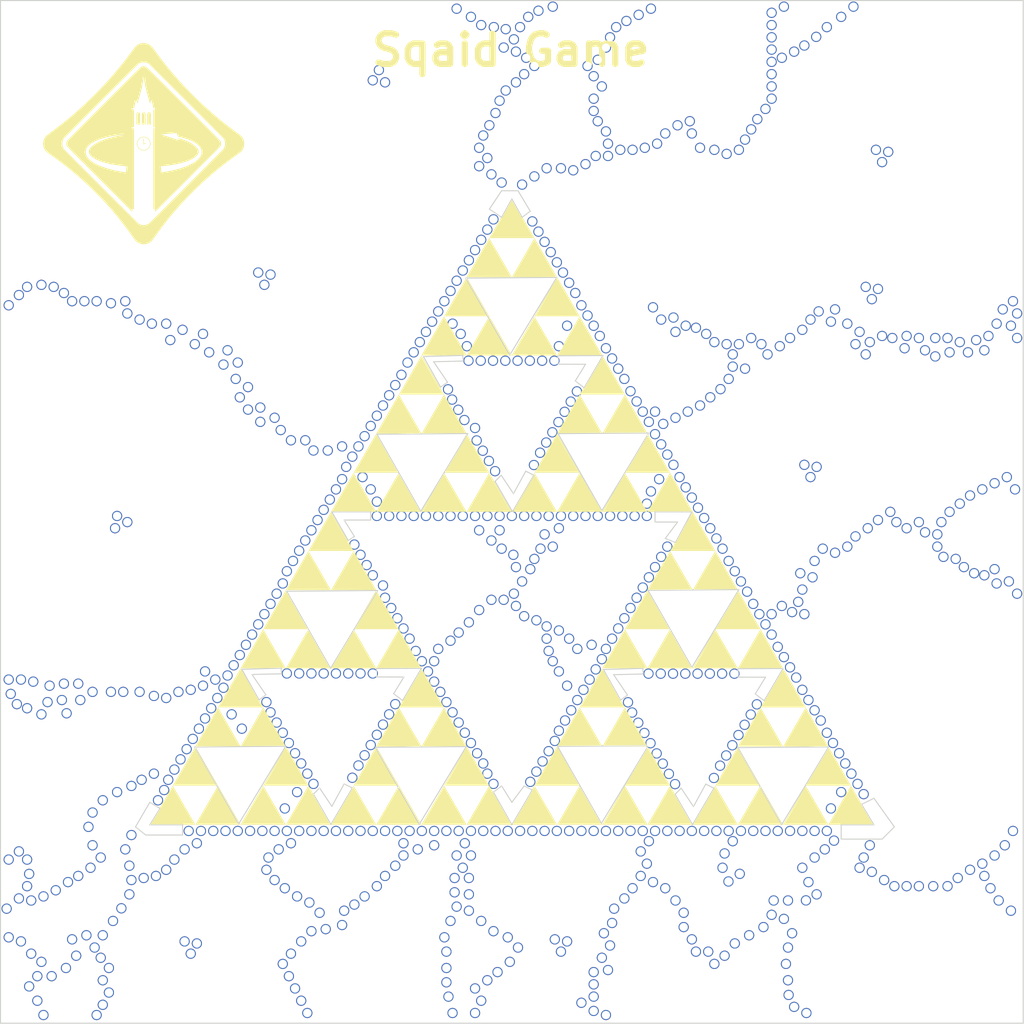
<source format=kicad_pcb>
(kicad_pcb (version 20240108) (generator "pcbnew") (generator_version "8.0")
  (layers (0 "F.Cu" signal) (31 "B.Cu" signal) (34 "B.Paste" user) (35 "F.Paste" user) (36 "B.SilkS" user "B.Silkscreen") (37 "F.SilkS" user "F.Silkscreen") (38 "B.Mask" user) (39 "F.Mask" user) (44 "Edge.Cuts" user))
  (net 0 "")
  (footprint "LOGO" (layer "F.Cu") (at 130.121222 77.389902)
    (property "Reference" "G***" (hide yes))
    (property "Value" "LOGO" (hide yes))
  )
  (gr_poly (pts (xy 143.700431 95.389902) (xy 141.492617 95.389902) (xy 142.595929 93.477361)) (stroke (width -0.000001)) (fill solid) (layer "F.SilkS"))
  (gr_poly (pts (xy 139.279641 103.037684) (xy 137.072222 103.037684) (xy 138.175138 101.125937)) (stroke (width -0.000001)) (fill solid) (layer "F.SilkS"))
  (gr_poly (pts (xy 156.962009 95.389902) (xy 154.754192 95.389902) (xy 155.857903 93.477361)) (stroke (width -0.000001)) (fill solid) (layer "F.SilkS"))
  (gr_poly (pts (xy 144.806919 89.653075) (xy 142.599103 89.653075) (xy 143.702813 87.741328)) (stroke (width -0.000001)) (fill solid) (layer "F.SilkS"))
  (gr_poly (pts (xy 150.329038 110.686257) (xy 148.121222 110.686257) (xy 149.224534 108.77451)) (stroke (width -0.000001)) (fill solid) (layer "F.SilkS"))
  (gr_poly (pts (xy 152.541617 95.389902) (xy 150.333007 95.389902) (xy 151.436716 93.477361)) (stroke (width -0.000001)) (fill solid) (layer "F.SilkS"))
  (gr_poly (pts (xy 140.386525 97.301649) (xy 138.178313 97.301649) (xy 139.282023 95.389902)) (stroke (width -0.000001)) (fill solid) (layer "F.SilkS"))
  (gr_poly (pts (xy 139.280038 110.686257) (xy 137.072619 110.686257) (xy 138.175535 108.77451)) (stroke (width -0.000001)) (fill solid) (layer "F.SilkS"))
  (gr_poly (pts (xy 150.32864 87.741328) (xy 148.120428 87.741328) (xy 149.22374 85.828788)) (stroke (width -0.000001)) (fill solid) (layer "F.SilkS"))
  (gr_poly (pts (xy 155.857903 101.125937) (xy 153.649691 101.125937) (xy 154.753399 99.213396)) (stroke (width -0.000001)) (fill solid) (layer "F.SilkS"))
  (gr_poly (pts (xy 159.169823 103.037684) (xy 156.961216 103.037684) (xy 158.065322 101.125937)) (stroke (width -0.000001)) (fill solid) (layer "F.SilkS"))
  (gr_poly (pts (xy 163.590613 110.686257) (xy 161.382404 110.686257) (xy 162.486112 108.77451)) (stroke (width -0.000001)) (fill solid) (layer "F.SilkS"))
  (gr_poly (pts (xy 135.966132 104.949826) (xy 133.757919 104.949826) (xy 134.861629 103.037684)) (stroke (width -0.000001)) (fill solid) (layer "F.SilkS"))
  (gr_poly (pts (xy 151.436716 85.828788) (xy 149.2289 85.828788) (xy 150.332212 83.916644)) (stroke (width -0.000001)) (fill solid) (layer "F.SilkS"))
  (gr_poly (pts (xy 152.541617 110.686257) (xy 150.3338 110.686257) (xy 151.436716 108.77451)) (stroke (width -0.000001)) (fill solid) (layer "F.SilkS"))
  (gr_poly (pts (xy 152.539631 91.565218) (xy 150.331419 91.565218) (xy 151.435525 89.653075)) (stroke (width -0.000001)) (fill solid) (layer "F.SilkS"))
  (gr_poly (pts (xy 154.749428 95.389902) (xy 152.541617 95.389902) (xy 153.644928 93.477361)) (stroke (width -0.000001)) (fill solid) (layer "F.SilkS"))
  (gr_poly (pts (xy 137.067063 103.037684) (xy 134.859248 103.037684) (xy 135.962957 101.125937)) (stroke (width -0.000001)) (fill solid) (layer "F.SilkS"))
  (gr_poly (pts (xy 151.43751 108.77451) (xy 149.229694 108.77451) (xy 150.333007 106.861573)) (stroke (width -0.000001)) (fill solid) (layer "F.SilkS"))
  (gr_poly (pts (xy 145.908247 95.389902) (xy 143.700431 95.389902) (xy 144.804141 93.477361)) (stroke (width -0.000001)) (fill solid) (layer "F.SilkS"))
  (gr_poly (pts (xy 160.27909 108.77451) (xy 158.070481 108.77451) (xy 159.174587 106.861573)) (stroke (width -0.000001)) (fill solid) (layer "F.SilkS"))
  (gr_poly (pts (xy 156.962009 110.686257) (xy 154.754192 110.686257) (xy 155.857903 108.77451)) (stroke (width -0.000001)) (fill solid) (layer "F.SilkS"))
  (gr_poly (pts (xy 159.169823 110.686257) (xy 156.962009 110.686257) (xy 158.066115 108.77451)) (stroke (width -0.000001)) (fill solid) (layer "F.SilkS"))
  (gr_poly (pts (xy 162.489288 104.949826) (xy 160.281471 104.949826) (xy 161.384784 103.037684)) (stroke (width -0.000001)) (fill solid) (layer "F.SilkS"))
  (gr_poly (pts (xy 156.961216 103.037684) (xy 154.754192 103.037684) (xy 155.857108 101.125937)) (stroke (width -0.000001)) (fill solid) (layer "F.SilkS"))
  (gr_poly (pts (xy 147.016718 108.77451) (xy 144.808903 108.77451) (xy 145.912614 106.861573)) (stroke (width -0.000001)) (fill solid) (layer "F.SilkS"))
  (gr_poly (pts (xy 154.751812 106.861573) (xy 152.54479 106.861573) (xy 153.647308 104.949826)) (stroke (width -0.000001)) (fill solid) (layer "F.SilkS"))
  (gr_poly (pts (xy 150.32864 95.389902) (xy 148.121222 95.389902) (xy 149.224534 93.477361)) (stroke (width -0.000001)) (fill solid) (layer "F.SilkS"))
  (gr_poly (pts (xy 154.749428 110.686257) (xy 152.541617 110.686257) (xy 153.644928 108.77451)) (stroke (width -0.000001)) (fill solid) (layer "F.SilkS"))
  (gr_poly (pts (xy 161.382404 103.037684) (xy 159.174587 103.037684) (xy 160.277897 101.125937)) (stroke (width -0.000001)) (fill solid) (layer "F.SilkS"))
  (gr_poly (pts (xy 137.06746 110.686257) (xy 134.859644 110.686257) (xy 135.963354 108.77451)) (stroke (width -0.000001)) (fill solid) (layer "F.SilkS"))
  (gr_poly (pts (xy 148.11884 83.916644) (xy 145.911025 83.916644) (xy 147.014337 82.004897)) (stroke (width -0.000001)) (fill solid) (layer "F.SilkS"))
  (gr_poly (pts (xy 143.698843 106.861573) (xy 141.490631 106.861573) (xy 142.594341 104.949826)) (stroke (width -0.000001)) (fill solid) (layer "F.SilkS"))
  (gr_poly (pts (xy 145.911025 91.565218) (xy 143.703607 91.565218) (xy 144.806125 89.653075)) (stroke (width -0.000001)) (fill solid) (layer "F.SilkS"))
  (gr_poly (pts (xy 161.380816 106.861573) (xy 159.172999 106.861573) (xy 160.276312 104.949826)) (stroke (width -0.000001)) (fill solid) (layer "F.SilkS"))
  (gr_poly (pts (xy 143.700431 110.686257) (xy 141.492617 110.686257) (xy 142.595929 108.77451)) (stroke (width -0.000001)) (fill solid) (layer "F.SilkS"))
  (gr_poly (pts (xy 145.908247 87.741328) (xy 143.700431 87.741328) (xy 144.804141 85.828788)) (stroke (width -0.000001)) (fill solid) (layer "F.SilkS"))
  (gr_poly (pts (xy 143.698843 91.565218) (xy 141.490631 91.565218) (xy 142.594341 89.653075)) (stroke (width -0.000001)) (fill solid) (layer "F.SilkS"))
  (gr_poly (pts (xy 163.592996 106.861573) (xy 161.385577 106.861573) (xy 162.488493 104.949826)) (stroke (width -0.000001)) (fill solid) (layer "F.SilkS"))
  (gr_poly (pts (xy 141.487853 103.037684) (xy 139.279641 103.037684) (xy 140.383351 101.125937)) (stroke (width -0.000001)) (fill solid) (layer "F.SilkS"))
  (gr_poly (pts (xy 142.596723 93.477361) (xy 140.388511 93.477361) (xy 141.492219 91.565218)) (stroke (width -0.000001)) (fill solid) (layer "F.SilkS"))
  (gr_poly (pts (xy 141.487853 110.686257) (xy 139.280038 110.686257) (xy 140.383351 108.77451)) (stroke (width -0.000001)) (fill solid) (layer "F.SilkS"))
  (gr_poly (pts (xy 141.487853 95.389902) (xy 139.280038 95.389902) (xy 140.383747 93.477361)) (stroke (width -0.000001)) (fill solid) (layer "F.SilkS"))
  (gr_poly (pts (xy 147.016718 85.828788) (xy 144.808903 85.828788) (xy 145.912614 83.916644)) (stroke (width -0.000001)) (fill solid) (layer "F.SilkS"))
  (gr_poly (pts (xy 143.700829 103.037684) (xy 141.492617 103.037684) (xy 142.596325 101.125937)) (stroke (width -0.000001)) (fill solid) (layer "F.SilkS"))
  (gr_poly (pts (xy 160.277897 101.125937) (xy 158.069688 101.125937) (xy 159.173791 99.213396)) (stroke (width -0.000001)) (fill solid) (layer "F.SilkS"))
  (gr_poly (pts (xy 134.859644 110.686257) (xy 132.651432 110.686257) (xy 133.755141 108.77451)) (stroke (width -0.000001)) (fill solid) (layer "F.SilkS"))
  (gr_poly (pts (xy 152.539631 106.861573) (xy 150.331419 106.861573) (xy 151.435525 104.949826)) (stroke (width -0.000001)) (fill solid) (layer "F.SilkS"))
  (gr_poly (pts (xy 137.069841 106.861573) (xy 134.862422 106.861573) (xy 135.965735 104.949826)) (stroke (width -0.000001)) (fill solid) (layer "F.SilkS"))
  (gr_poly (pts (xy 142.596723 108.77451) (xy 140.388511 108.77451) (xy 141.492219 106.861573)) (stroke (width -0.000001)) (fill solid) (layer "F.SilkS"))
  (gr_poly (pts (xy 145.911025 106.861573) (xy 143.703607 106.861573) (xy 144.806125 104.949826)) (stroke (width -0.000001)) (fill solid) (layer "F.SilkS"))
  (gr_poly (pts (xy 149.226916 82.004897) (xy 147.0191 82.004897) (xy 148.12281 80.092754)) (stroke (width -0.000001)) (fill solid) (layer "F.SilkS"))
  (gr_poly (pts (xy 133.755538 108.77451) (xy 131.547723 108.77451) (xy 132.651432 106.861573)) (stroke (width -0.000001)) (fill solid) (layer "F.SilkS"))
  (gr_poly (pts (xy 159.172206 99.213396) (xy 156.964389 99.213396) (xy 158.0677 97.301649)) (stroke (width -0.000001)) (fill solid) (layer "F.SilkS"))
  (gr_poly (pts (xy 155.857903 93.477361) (xy 153.649691 93.477361) (xy 154.753399 91.565218)) (stroke (width -0.000001)) (fill solid) (layer "F.SilkS"))
  (gr_poly (pts (xy 155.857903 108.77451) (xy 153.649691 108.77451) (xy 154.753399 106.861573)) (stroke (width -0.000001)) (fill solid) (layer "F.SilkS"))
  (gr_poly (pts (xy 139.278054 99.213396) (xy 137.069841 99.213396) (xy 138.173948 97.301649)) (stroke (width -0.000001)) (fill solid) (layer "F.SilkS"))
  (gr_poly (pts (xy 144.806919 104.949826) (xy 142.599103 104.949826) (xy 143.702813 103.037684)) (stroke (width -0.000001)) (fill solid) (layer "F.SilkS"))
  (gr_poly (pts (xy 151.43751 93.477361) (xy 149.229694 93.477361) (xy 150.333007 91.565218)) (stroke (width -0.000001)) (fill solid) (layer "F.SilkS"))
  (gr_poly (pts (xy 153.648103 104.949826) (xy 151.43989 104.949826) (xy 152.543997 103.037684)) (stroke (width -0.000001)) (fill solid) (layer "F.SilkS"))
  (gr_poly (pts (xy 158.0681 97.301649) (xy 155.860283 97.301649) (xy 156.963597 95.389902)) (stroke (width -0.000001)) (fill solid) (layer "F.SilkS"))
  (gr_poly (pts (xy 148.121222 95.389902) (xy 145.913406 95.389902) (xy 147.016718 93.477361)) (stroke (width -0.000001)) (fill solid) (layer "F.SilkS"))
  (gr_poly (pts (xy 150.330626 83.916644) (xy 148.123604 83.916644) (xy 149.226122 82.004897)) (stroke (width -0.000001)) (fill solid) (layer "F.SilkS"))
  (gr_poly (pts (xy 154.749428 103.037684) (xy 152.541617 103.037684) (xy 153.644928 101.125937)) (stroke (width -0.000001)) (fill solid) (layer "F.SilkS"))
  (gr_poly (pts (xy 141.490235 99.213396) (xy 139.282816 99.213396) (xy 140.385733 97.301649)) (stroke (width -0.000001)) (fill solid) (layer "F.SilkS"))
  (gr_poly (pts (xy 152.541617 87.741328) (xy 150.333007 87.741328) (xy 151.436716 85.828788)) (stroke (width -0.000001)) (fill solid) (layer "F.SilkS"))
  (gr_poly (pts (xy 165.803591 110.686257) (xy 163.595377 110.686257) (xy 164.699088 108.77451)) (stroke (width -0.000001)) (fill solid) (layer "F.SilkS"))
  (gr_poly (pts (xy 138.175932 108.77451) (xy 135.96772 108.77451) (xy 137.071826 106.861573)) (stroke (width -0.000001)) (fill solid) (layer "F.SilkS"))
  (gr_poly (pts (xy 145.908247 110.686257) (xy 143.700431 110.686257) (xy 144.804141 108.77451)) (stroke (width -0.000001)) (fill solid) (layer "F.SilkS"))
  (gr_poly (pts (xy 132.647067 110.686257) (xy 130.438854 110.686257) (xy 131.542564 108.77451)) (stroke (width -0.000001)) (fill solid) (layer "F.SilkS"))
  (gr_poly (pts (xy 148.121222 110.686257) (xy 145.913406 110.686257) (xy 147.016718 108.77451)) (stroke (width -0.000001)) (fill solid) (layer "F.SilkS"))
  (gr_poly (pts (xy 156.960026 99.213396) (xy 154.751812 99.213396) (xy 155.85552 97.301649)) (stroke (width -0.000001)) (fill solid) (layer "F.SilkS"))
  (gr_poly (pts (xy 138.175932 101.125937) (xy 135.96772 101.125937) (xy 137.071826 99.213396)) (stroke (width -0.000001)) (fill solid) (layer "F.SilkS"))
  (gr_poly (pts (xy 153.648103 89.653075) (xy 151.43989 89.653075) (xy 152.543997 87.741328)) (stroke (width -0.000001)) (fill solid) (layer "F.SilkS"))
  (gr_poly (pts (xy 134.85766 106.861573) (xy 132.649448 106.861573) (xy 133.753157 104.949826)) (stroke (width -0.000001)) (fill solid) (layer "F.SilkS"))
  (gr_poly (pts (xy 161.382404 110.686257) (xy 159.174587 110.686257) (xy 160.277897 108.77451)) (stroke (width -0.000001)) (fill solid) (layer "F.SilkS"))
  (gr_poly (pts (xy 154.751812 91.565218) (xy 152.54479 91.565218) (xy 153.647308 89.653075)) (stroke (width -0.000001)) (fill solid) (layer "F.SilkS"))
  (gr_poly (pts (xy 142.596325 101.125937) (xy 140.388113 101.125937) (xy 141.491823 99.213396)) (stroke (width -0.000001)) (fill solid) (layer "F.SilkS"))
  (gr_poly (pts (xy 147.016718 93.477361) (xy 144.808903 93.477361) (xy 145.912614 91.565218)) (stroke (width -0.000001)) (fill solid) (layer "F.SilkS"))
  (gr_poly (pts (xy 148.120428 87.741328) (xy 145.913406 87.741328) (xy 147.015926 85.828788)) (stroke (width -0.000001)) (fill solid) (layer "F.SilkS"))
  (gr_poly (pts (xy 164.699088 108.77451) (xy 162.490876 108.77451) (xy 163.594584 106.861573)) (stroke (width -0.000001)) (fill solid) (layer "F.SilkS"))
  (gr_line (start 150.378522 87.758264) (end 150.383152 88.170353) (stroke (width 0.05)) (layer "Edge.Cuts"))
  (gr_line (start 141.523889 91.595882) (end 145.967105 91.560706) (stroke (width 0.05)) (layer "Edge.Cuts"))
  (gr_line (start 154.778006 99.225078) (end 159.221222 99.189902) (stroke (width 0.05)) (layer "Edge.Cuts"))
  (gr_line (start 161.312311 110.681405) (end 159.169095 106.916581) (stroke (width 0.05)) (layer "Edge.Cuts"))
  (gr_line (start 140.121222 96.789902) (end 140.421222 96.589902) (stroke (width 0.05)) (layer "Edge.Cuts"))
  (gr_line (start 148.621222 80.989902) (end 149.021222 80.689902) (stroke (width 0.05)) (layer "Edge.Cuts"))
  (gr_line (start 154.526171 103.039807) (end 152.6 103.1) (stroke (width 0.05)) (layer "Edge.Cuts"))
  (gr_line (start 156.1 109.2) (end 156.953697 110.681479) (stroke (width 0.05)) (layer "Edge.Cuts"))
  (gr_line (start 142.842508 103.464886) (end 142.342444 104.279804) (stroke (width 0.05)) (layer "Edge.Cuts"))
  (gr_line (start 147.221222 109.089902) (end 147.621222 108.789902) (stroke (width 0.05)) (layer "Edge.Cuts"))
  (gr_line (start 152.523311 95.331573) (end 150.380095 91.566749) (stroke (width 0.05)) (layer "Edge.Cuts"))
  (gr_line (start 145.871736 83.96257) (end 150.314952 83.927394) (stroke (width 0.05)) (layer "Edge.Cuts"))
  (gr_line (start 140.421222 96.589902) (end 139.921222 95.789902) (stroke (width 0.05)) (layer "Edge.Cuts"))
  (gr_line (start 130.221222 111.189902) (end 129.721222 110.789902) (stroke (width 0.05)) (layer "Edge.Cuts"))
  (gr_line (start 147.621222 80.989902) (end 148.121222 80.089902) (stroke (width 0.05)) (layer "Edge.Cuts"))
  (gr_line (start 153.438069 104.59093) (end 153.776075 104.350159) (stroke (width 0.05)) (layer "Edge.Cuts"))
  (gr_line (start 165.221222 109.689902) (end 165.821222 110.689902) (stroke (width 0.05)) (layer "Edge.Cuts"))
  (gr_line (start 144.295433 88.050031) (end 145.735431 88.01762) (stroke (width 0.05)) (layer "Edge.Cuts"))
  (gr_line (start 142.777685 104.61318) (end 143.699098 103.038905) (stroke (width 0.05)) (layer "Edge.Cuts"))
  (gr_line (start 149.2 93.6) (end 148.8 93.4) (stroke (width 0.05)) (layer "Edge.Cuts"))
  (gr_line (start 156.121222 96.889902) (end 156.921222 95.389902) (stroke (width 0.05)) (layer "Edge.Cuts"))
  (gr_line (start 150.355471 106.854073) (end 154.798687 106.818897) (stroke (width 0.05)) (layer "Edge.Cuts"))
  (gr_line (start 151.221222 88.989902) (end 151.656463 89.323278) (stroke (width 0.05)) (layer "Edge.Cuts"))
  (gr_line (start 155.121222 95.889902) (end 156.221222 95.889902) (stroke (width 0.05)) (layer "Edge.Cuts"))
  (gr_line (start 160.021222 104.289902) (end 160.456463 104.623278) (stroke (width 0.05)) (layer "Edge.Cuts"))
  (gr_line (start 145.735431 88.01762) (end 145.726171 87.739807) (stroke (width 0.05)) (layer "Edge.Cuts"))
  (gr_line (start 148.014952 87.727394) (end 145.871736 83.96257) (stroke (width 0.05)) (layer "Edge.Cuts"))
  (gr_line (start 143.591301 110.665778) (end 141.448085 106.900954) (stroke (width 0.05)) (layer "Edge.Cuts"))
  (gr_line (start 147.021222 80.589902) (end 147.621222 80.989902) (stroke (width 0.05)) (layer "Edge.Cuts"))
  (gr_line (start 156.221222 95.889902) (end 155.621222 96.689902) (stroke (width 0.05)) (layer "Edge.Cuts"))
  (gr_line (start 150.314952 83.927394) (end 148.014952 87.727394) (stroke (width 0.05)) (layer "Edge.Cuts"))
  (gr_line (start 148.153697 95.381479) (end 149.2 93.6) (stroke (width 0.05)) (layer "Edge.Cuts"))
  (gr_line (start 139.321222 109.789902) (end 138.721222 108.889902) (stroke (width 0.05)) (layer "Edge.Cuts"))
  (gr_line (start 164.221222 110.689902) (end 164.221222 111.389902) (stroke (width 0.05)) (layer "Edge.Cuts"))
  (gr_line (start 129.721222 110.789902) (end 130.421222 109.589902) (stroke (width 0.05)) (layer "Edge.Cuts"))
  (gr_line (start 160.456463 104.623278) (end 161.377876 103.049003) (stroke (width 0.05)) (layer "Edge.Cuts"))
  (gr_line (start 149.021222 80.689902) (end 148.421222 79.689902) (stroke (width 0.05)) (layer "Edge.Cuts"))
  (gr_line (start 156.953697 110.681479) (end 158 108.9) (stroke (width 0.05)) (layer "Edge.Cuts"))
  (gr_line (start 132.021222 110.689902) (end 132.021222 111.189902) (stroke (width 0.05)) (layer "Edge.Cuts"))
  (gr_line (start 139.257331 103.035753) (end 137.114115 99.270929) (stroke (width 0.05)) (layer "Edge.Cuts"))
  (gr_line (start 147.6 93.6) (end 147.3 93.9) (stroke (width 0.05)) (layer "Edge.Cuts"))
  (gr_line (start 152.577876 87.749003) (end 150.378522 87.758264) (stroke (width 0.05)) (layer "Edge.Cuts"))
  (gr_line (start 145.891301 106.865778) (end 143.591301 110.665778) (stroke (width 0.05)) (layer "Edge.Cuts"))
  (gr_line (start 165.821222 110.689902) (end 164.221222 110.689902) (stroke (width 0.05)) (layer "Edge.Cuts"))
  (gr_line (start 159.169095 106.916581) (end 163.612311 106.881405) (stroke (width 0.05)) (layer "Edge.Cuts"))
  (gr_line (start 141.448085 106.900954) (end 145.891301 106.865778) (stroke (width 0.05)) (layer "Edge.Cuts"))
  (gr_line (start 141.221222 95.789902) (end 139.921222 95.789902) (stroke (width 0.05)) (layer "Edge.Cuts"))
  (gr_line (start 139.921222 108.689902) (end 139.321222 109.789902) (stroke (width 0.05)) (layer "Edge.Cuts"))
  (gr_line (start 135.416655 103.339933) (end 136.856653 103.307522) (stroke (width 0.05)) (layer "Edge.Cuts"))
  (gr_line (start 143.8 87.8) (end 144.638069 89.29093) (stroke (width 0.05)) (layer "Edge.Cuts"))
  (gr_line (start 159.183152 103.470353) (end 160.521286 103.474984) (stroke (width 0.05)) (layer "Edge.Cuts"))
  (gr_line (start 147.621222 79.689902) (end 147.021222 80.589902) (stroke (width 0.05)) (layer "Edge.Cuts"))
  (gr_line (start 149.121222 108.989902) (end 148.121222 110.689902) (stroke (width 0.05)) (layer "Edge.Cuts"))
  (gr_line (start 143.667105 95.360706) (end 141.523889 91.595882) (stroke (width 0.05)) (layer "Edge.Cuts"))
  (gr_line (start 141.557331 99.235753) (end 139.257331 103.035753) (stroke (width 0.05)) (layer "Edge.Cuts"))
  (gr_line (start 141.504374 103.460255) (end 142.842508 103.464886) (stroke (width 0.05)) (layer "Edge.Cuts"))
  (gr_line (start 158 108.9) (end 157.6 108.7) (stroke (width 0.05)) (layer "Edge.Cuts"))
  (gr_line (start 152.6 103.1) (end 153.438069 104.59093) (stroke (width 0.05)) (layer "Edge.Cuts"))
  (gr_line (start 134.921222 103.089902) (end 135.759291 104.580832) (stroke (width 0.05)) (layer "Edge.Cuts"))
  (gr_line (start 150.380095 91.566749) (end 154.823311 91.531573) (stroke (width 0.05)) (layer "Edge.Cuts"))
  (gr_line (start 138.721222 108.889902) (end 138.421222 109.189902) (stroke (width 0.05)) (layer "Edge.Cuts"))
  (gr_line (start 147.3 93.9) (end 148.153697 95.381479) (stroke (width 0.05)) (layer "Edge.Cuts"))
  (gr_line (start 154.823311 91.531573) (end 152.523311 95.331573) (stroke (width 0.05)) (layer "Edge.Cuts"))
  (gr_line (start 159.221222 99.189902) (end 156.921222 102.989902) (stroke (width 0.05)) (layer "Edge.Cuts"))
  (gr_line (start 157.6 108.7) (end 157 109.8) (stroke (width 0.05)) (layer "Edge.Cuts"))
  (gr_line (start 141.499744 103.048166) (end 141.504374 103.460255) (stroke (width 0.05)) (layer "Edge.Cuts"))
  (gr_line (start 153.776075 104.350159) (end 153.095433 103.350031) (stroke (width 0.05)) (layer "Edge.Cuts"))
  (gr_line (start 123.121222 120.389902) (end 123.121222 70.389902) (stroke (width 0.05)) (layer "Edge.Cuts"))
  (gr_line (start 135.759291 104.580832) (end 136.097297 104.340061) (stroke (width 0.05)) (layer "Edge.Cuts"))
  (gr_line (start 161.377876 103.049003) (end 159.178522 103.058264) (stroke (width 0.05)) (layer "Edge.Cuts"))
  (gr_line (start 173.121222 70.389902) (end 173.121222 120.389902) (stroke (width 0.05)) (layer "Edge.Cuts"))
  (gr_line (start 148.421222 79.689902) (end 147.621222 79.689902) (stroke (width 0.05)) (layer "Edge.Cuts"))
  (gr_line (start 155.121222 95.389902) (end 155.121222 95.889902) (stroke (width 0.05)) (layer "Edge.Cuts"))
  (gr_line (start 141.221222 95.389902) (end 141.221222 95.789902) (stroke (width 0.05)) (layer "Edge.Cuts"))
  (gr_line (start 139.321222 95.389902) (end 141.221222 95.389902) (stroke (width 0.05)) (layer "Edge.Cuts"))
  (gr_line (start 138.421222 109.189902) (end 139.274919 110.671381) (stroke (width 0.05)) (layer "Edge.Cuts"))
  (gr_line (start 148.121222 109.589902) (end 148.721222 108.789902) (stroke (width 0.05)) (layer "Edge.Cuts"))
  (gr_line (start 137.114115 99.270929) (end 141.557331 99.235753) (stroke (width 0.05)) (layer "Edge.Cuts"))
  (gr_line (start 137.06205 106.850151) (end 134.76205 110.650151) (stroke (width 0.05)) (layer "Edge.Cuts"))
  (gr_line (start 164.221222 111.389902) (end 166.221222 111.389902) (stroke (width 0.05)) (layer "Edge.Cuts"))
  (gr_line (start 130.421222 109.589902) (end 130.921222 109.889902) (stroke (width 0.05)) (layer "Edge.Cuts"))
  (gr_line (start 136.097297 104.340061) (end 135.416655 103.339933) (stroke (width 0.05)) (layer "Edge.Cuts"))
  (gr_line (start 140.321222 108.889902) (end 139.921222 108.689902) (stroke (width 0.05)) (layer "Edge.Cuts"))
  (gr_line (start 148.8 93.4) (end 148.2 94.5) (stroke (width 0.05)) (layer "Edge.Cuts"))
  (gr_line (start 145.967105 91.560706) (end 143.667105 95.360706) (stroke (width 0.05)) (layer "Edge.Cuts"))
  (gr_line (start 134.76205 110.650151) (end 132.618834 106.885327) (stroke (width 0.05)) (layer "Edge.Cuts"))
  (gr_line (start 156.4 108.9) (end 156.1 109.2) (stroke (width 0.05)) (layer "Edge.Cuts"))
  (gr_line (start 159.178522 103.058264) (end 159.183152 103.470353) (stroke (width 0.05)) (layer "Edge.Cuts"))
  (gr_line (start 151.721286 88.174984) (end 151.221222 88.989902) (stroke (width 0.05)) (layer "Edge.Cuts"))
  (gr_line (start 130.421222 110.689902) (end 132.021222 110.689902) (stroke (width 0.05)) (layer "Edge.Cuts"))
  (gr_line (start 144.976075 89.050159) (end 144.295433 88.050031) (stroke (width 0.05)) (layer "Edge.Cuts"))
  (gr_line (start 142.342444 104.279804) (end 142.777685 104.61318) (stroke (width 0.05)) (layer "Edge.Cuts"))
  (gr_line (start 166.821222 110.789902) (end 165.821222 109.389902) (stroke (width 0.05)) (layer "Edge.Cuts"))
  (gr_line (start 144.638069 89.29093) (end 144.976075 89.050159) (stroke (width 0.05)) (layer "Edge.Cuts"))
  (gr_line (start 156.921222 95.389902) (end 155.121222 95.389902) (stroke (width 0.05)) (layer "Edge.Cuts"))
  (gr_line (start 148.121222 80.089902) (end 148.621222 80.989902) (stroke (width 0.05)) (layer "Edge.Cuts"))
  (gr_line (start 155.621222 96.689902) (end 156.121222 96.889902) (stroke (width 0.05)) (layer "Edge.Cuts"))
  (gr_line (start 123.121222 120.389902) (end 173.121222 120.389902) (stroke (width 0.05)) (layer "Edge.Cuts"))
  (gr_line (start 148.721222 108.789902) (end 149.121222 108.989902) (stroke (width 0.05)) (layer "Edge.Cuts"))
  (gr_line (start 156.921222 102.989902) (end 154.778006 99.225078) (stroke (width 0.05)) (layer "Edge.Cuts"))
  (gr_line (start 139.321222 95.389902) (end 140.121222 96.789902) (stroke (width 0.05)) (layer "Edge.Cuts"))
  (gr_line (start 150.383152 88.170353) (end 151.721286 88.174984) (stroke (width 0.05)) (layer "Edge.Cuts"))
  (gr_line (start 130.921222 109.889902) (end 130.421222 110.689902) (stroke (width 0.05)) (layer "Edge.Cuts"))
  (gr_line (start 136.856653 103.307522) (end 136.847393 103.029709) (stroke (width 0.05)) (layer "Edge.Cuts"))
  (gr_line (start 166.221222 111.389902) (end 166.821222 110.789902) (stroke (width 0.05)) (layer "Edge.Cuts"))
  (gr_line (start 163.612311 106.881405) (end 161.312311 110.681405) (stroke (width 0.05)) (layer "Edge.Cuts"))
  (gr_line (start 160.521286 103.474984) (end 160.021222 104.289902) (stroke (width 0.05)) (layer "Edge.Cuts"))
  (gr_line (start 173.121222 70.389902) (end 123.121222 70.389902) (stroke (width 0.05)) (layer "Edge.Cuts"))
  (gr_line (start 148.121222 110.689902) (end 147.221222 109.089902) (stroke (width 0.05)) (layer "Edge.Cuts"))
  (gr_line (start 132.618834 106.885327) (end 137.06205 106.850151) (stroke (width 0.05)) (layer "Edge.Cuts"))
  (gr_line (start 153.095433 103.350031) (end 154.535431 103.31762) (stroke (width 0.05)) (layer "Edge.Cuts"))
  (gr_line (start 145.726171 87.739807) (end 143.8 87.8) (stroke (width 0.05)) (layer "Edge.Cuts"))
  (gr_line (start 143.699098 103.038905) (end 141.499744 103.048166) (stroke (width 0.05)) (layer "Edge.Cuts"))
  (gr_line (start 139.274919 110.671381) (end 140.321222 108.889902) (stroke (width 0.05)) (layer "Edge.Cuts"))
  (gr_line (start 132.021222 111.189902) (end 130.221222 111.189902) (stroke (width 0.05)) (layer "Edge.Cuts"))
  (gr_line (start 157 109.8) (end 156.4 108.9) (stroke (width 0.05)) (layer "Edge.Cuts"))
  (gr_line (start 151.656463 89.323278) (end 152.577876 87.749003) (stroke (width 0.05)) (layer "Edge.Cuts"))
  (gr_line (start 148.2 94.5) (end 147.6 93.6) (stroke (width 0.05)) (layer "Edge.Cuts"))
  (gr_line (start 165.821222 109.389902) (end 165.221222 109.689902) (stroke (width 0.05)) (layer "Edge.Cuts"))
  (gr_line (start 147.621222 108.789902) (end 148.121222 109.589902) (stroke (width 0.05)) (layer "Edge.Cuts"))
  (gr_line (start 136.847393 103.029709) (end 134.921222 103.089902) (stroke (width 0.05)) (layer "Edge.Cuts"))
  (gr_line (start 154.798687 106.818897) (end 152.498687 110.618897) (stroke (width 0.05)) (layer "Edge.Cuts"))
  (gr_line (start 154.535431 103.31762) (end 154.526171 103.039807) (stroke (width 0.05)) (layer "Edge.Cuts"))
  (gr_line (start 152.498687 110.618897) (end 150.355471 106.854073) (stroke (width 0.05)) (layer "Edge.Cuts"))
  (gr_text "Sqaid Game" (at 141.121222 73.689902 0) (layer "F.SilkS") (effects (font (size 1.5 1.5) (thickness 0.3) (bold yes)) (justify left bottom)))
  (via (at 148.521222 71.689902) (size 0.5) (drill 0.4) (layers "F.Cu" "B.Cu") (net 0))
  (via (at 162.498853 114.384967) (size 0.5) (drill 0.4) (layers "F.Cu" "B.Cu") (net 0))
  (via (at 138.421222 92.389902) (size 0.5) (drill 0.4) (layers "F.Cu" "B.Cu") (net 0))
  (via (at 143.921222 95.589902) (size 0.5) (drill 0.4) (layers "F.Cu" "B.Cu") (net 0))
  (via (at 141.521222 106.289902) (size 0.5) (drill 0.4) (layers "F.Cu" "B.Cu") (net 0))
  (via (at 141.321222 110.989902) (size 0.5) (drill 0.4) (layers "F.Cu" "B.Cu") (net 0))
  (via (at 172.821222 99.389902) (size 0.5) (drill 0.4) (layers "F.Cu" "B.Cu") (net 0))
  (via (at 136.521222 110.989902) (size 0.5) (drill 0.4) (layers "F.Cu" "B.Cu") (net 0))
  (via (at 145.021222 119.089902) (size 0.5) (drill 0.4) (layers "F.Cu" "B.Cu") (net 0))
  (via (at 134.621222 88.889902) (size 0.5) (drill 0.4) (layers "F.Cu" "B.Cu") (net 0))
  (via (at 149.621222 107.589902) (size 0.5) (drill 0.4) (layers "F.Cu" "B.Cu") (net 0))
  (via (at 156.921222 110.989902) (size 0.5) (drill 0.4) (layers "F.Cu" "B.Cu") (net 0))
  (via (at 155.5 107.7) (size 0.5) (drill 0.4) (layers "F.Cu" "B.Cu") (net 0))
  (via (at 129.921222 104.189902) (size 0.5) (drill 0.4) (layers "F.Cu" "B.Cu") (net 0))
  (via (at 132.021222 86.489902) (size 0.5) (drill 0.4) (layers "F.Cu" "B.Cu") (net 0))
  (via (at 161.121222 110.989902) (size 0.5) (drill 0.4) (layers "F.Cu" "B.Cu") (net 0))
  (via (at 149.721222 110.989902) (size 0.5) (drill 0.4) (layers "F.Cu" "B.Cu") (net 0))
  (via (at 132.521222 106.489902) (size 0.5) (drill 0.4) (layers "F.Cu" "B.Cu") (net 0))
  (via (at 150.221222 116.289902) (size 0.5) (drill 0.4) (layers "F.Cu" "B.Cu") (net 0))
  (via (at 148.721222 100.489902) (size 0.5) (drill 0.4) (layers "F.Cu" "B.Cu") (net 0))
  (via (at 146.521222 96.289902) (size 0.5) (drill 0.4) (layers "F.Cu" "B.Cu") (net 0))
  (via (at 150.121222 97.089902) (size 0.5) (drill 0.4) (layers "F.Cu" "B.Cu") (net 0))
  (via (at 155.8 108.2) (size 0.5) (drill 0.4) (layers "F.Cu" "B.Cu") (net 0))
  (via (at 149.2 93.1) (size 0.5) (drill 0.4) (layers "F.Cu" "B.Cu") (net 0))
  (via (at 153.321222 110.989902) (size 0.5) (drill 0.4) (layers "F.Cu" "B.Cu") (net 0))
  (via (at 150.921222 110.989902) (size 0.5) (drill 0.4) (layers "F.Cu" "B.Cu") (net 0))
  (via (at 142.421222 112.689902) (size 0.5) (drill 0.4) (layers "F.Cu" "B.Cu") (net 0))
  (via (at 155.021222 85.389902) (size 0.5) (drill 0.4) (layers "F.Cu" "B.Cu") (net 0))
  (via (at 139.221222 94.789902) (size 0.5) (drill 0.4) (layers "F.Cu" "B.Cu") (net 0))
  (via (at 168.321222 96.389902) (size 0.5) (drill 0.4) (layers "F.Cu" "B.Cu") (net 0))
  (via (at 146.921222 81.589902) (size 0.5) (drill 0.4) (layers "F.Cu" "B.Cu") (net 0))
  (via (at 138.121222 108.189902) (size 0.5) (drill 0.4) (layers "F.Cu" "B.Cu") (net 0))
  (via (at 156.921222 116.289902) (size 0.5) (drill 0.4) (layers "F.Cu" "B.Cu") (net 0))
  (via (at 158.421222 112.789902) (size 0.5) (drill 0.4) (layers "F.Cu" "B.Cu") (net 0))
  (via (at 162.621222 104.589902) (size 0.5) (drill 0.4) (layers "F.Cu" "B.Cu") (net 0))
  (via (at 156.121222 114.389902) (size 0.5) (drill 0.4) (layers "F.Cu" "B.Cu") (net 0))
  (via (at 137.821222 116.389902) (size 0.5) (drill 0.4) (layers "F.Cu" "B.Cu") (net 0))
  (via (at 150.621222 83.689902) (size 0.5) (drill 0.4) (layers "F.Cu" "B.Cu") (net 0))
  (via (at 145.321222 113.989902) (size 0.5) (drill 0.4) (layers "F.Cu" "B.Cu") (net 0))
  (via (at 138.921222 110.989902) (size 0.5) (drill 0.4) (layers "F.Cu" "B.Cu") (net 0))
  (via (at 149.8 92) (size 0.5) (drill 0.4) (layers "F.Cu" "B.Cu") (net 0))
  (via (at 163.021222 114.089902) (size 0.5) (drill 0.4) (layers "F.Cu" "B.Cu") (net 0))
  (via (at 144.921222 117.689902) (size 0.5) (drill 0.4) (layers "F.Cu" "B.Cu") (net 0))
  (via (at 137.121222 110.989902) (size 0.5) (drill 0.4) (layers "F.Cu" "B.Cu") (net 0))
  (via (at 146.021222 113.289902) (size 0.5) (drill 0.4) (layers "F.Cu" "B.Cu") (net 0))
  (via (at 157.621222 86.689902) (size 0.5) (drill 0.4) (layers "F.Cu" "B.Cu") (net 0))
  (via (at 147.621222 79.289902) (size 0.5) (drill 0.4) (layers "F.Cu" "B.Cu") (net 0))
  (via (at 172.721222 94.289902) (size 0.5) (drill 0.4) (layers "F.Cu" "B.Cu") (net 0))
  (via (at 150.421222 106.089902) (size 0.5) (drill 0.4) (layers "F.Cu" "B.Cu") (net 0))
  (via (at 152.121222 75.789902) (size 0.5) (drill 0.4) (layers "F.Cu" "B.Cu") (net 0))
  (via (at 136.921222 117.489902) (size 0.5) (drill 0.4) (layers "F.Cu" "B.Cu") (net 0))
  (via (at 126.921222 113.189902) (size 0.5) (drill 0.4) (layers "F.Cu" "B.Cu") (net 0))
  (via (at 146.021222 114.889902) (size 0.5) (drill 0.4) (layers "F.Cu" "B.Cu") (net 0))
  (via (at 148.521222 110.989902) (size 0.5) (drill 0.4) (layers "F.Cu" "B.Cu") (net 0))
  (via (at 138.421222 108.689902) (size 0.5) (drill 0.4) (layers "F.Cu" "B.Cu") (net 0))
  (via (at 131.221222 86.189902) (size 0.5) (drill 0.4) (layers "F.Cu" "B.Cu") (net 0))
  (via (at 146.121222 112.189902) (size 0.5) (drill 0.4) (layers "F.Cu" "B.Cu") (net 0))
  (via (at 144.221222 86.089902) (size 0.5) (drill 0.4) (layers "F.Cu" "B.Cu") (net 0))
  (via (at 128.121222 109.489902) (size 0.5) (drill 0.4) (layers "F.Cu" "B.Cu") (net 0))
  (via (at 152.121222 117.889902) (size 0.5) (drill 0.4) (layers "F.Cu" "B.Cu") (net 0))
  (via (at 144.321222 110.989902) (size 0.5) (drill 0.4) (layers "F.Cu" "B.Cu") (net 0))
  (via (at 170.221222 98.089902) (size 0.5) (drill 0.4) (layers "F.Cu" "B.Cu") (net 0))
  (via (at 172.221222 111.689902) (size 0.5) (drill 0.4) (layers "F.Cu" "B.Cu") (net 0))
  (via (at 129.921222 85.989902) (size 0.5) (drill 0.4) (layers "F.Cu" "B.Cu") (net 0))
  (via (at 130.721222 113.189902) (size 0.5) (drill 0.4) (layers "F.Cu" "B.Cu") (net 0))
  (via (at 162.521222 119.889902) (size 0.5) (drill 0.4) (layers "F.Cu" "B.Cu") (net 0))
  (via (at 138.321222 96.289902) (size 0.5) (drill 0.4) (layers "F.Cu" "B.Cu") (net 0))
  (via (at 147.3 93.4) (size 0.5) (drill 0.4) (layers "F.Cu" "B.Cu") (net 0))
  (via (at 163.521222 106.189902) (size 0.5) (drill 0.4) (layers "F.Cu" "B.Cu") (net 0))
  (via (at 153.621222 88.889902) (size 0.5) (drill 0.4) (layers "F.Cu" "B.Cu") (net 0))
  (via (at 145.221222 119.889902) (size 0.5) (drill 0.4) (layers "F.Cu" "B.Cu") (net 0))
  (via (at 135.221222 89.289902) (size 0.5) (drill 0.4) (layers "F.Cu" "B.Cu") (net 0))
  (via (at 163.021222 93.189902) (size 0.5) (drill 0.4) (layers "F.Cu" "B.Cu") (net 0))
  (via (at 148.621222 79.389902) (size 0.5) (drill 0.4) (layers "F.Cu" "B.Cu") (net 0))
  (via (at 160.1 104.8) (size 0.5) (drill 0.4) (layers "F.Cu" "B.Cu") (net 0))
  (via (at 163.871274 111.462679) (size 0.5) (drill 0.4) (layers "F.Cu" "B.Cu") (net 0))
  (via (at 146.521222 78.489902) (size 0.5) (drill 0.4) (layers "F.Cu" "B.Cu") (net 0))
  (via (at 162.921222 97.789902) (size 0.5) (drill 0.4) (layers "F.Cu" "B.Cu") (net 0))
  (via (at 151.521222 110.989902) (size 0.5) (drill 0.4) (layers "F.Cu" "B.Cu") (net 0))
  (via (at 147.721222 72.689902) (size 0.5) (drill 0.4) (layers "F.Cu" "B.Cu") (net 0))
  (via (at 134.821222 89.789902) (size 0.5) (drill 0.4) (layers "F.Cu" "B.Cu") (net 0))
  (via (at 155.021222 113.489902) (size 0.5) (drill 0.4) (layers "F.Cu" "B.Cu") (net 0))
  (via (at 154.521222 110.989902) (size 0.5) (drill 0.4) (layers "F.Cu" "B.Cu") (net 0))
  (via (at 152.321222 73.289902) (size 0.5) (drill 0.4) (layers "F.Cu" "B.Cu") (net 0))
  (via (at 146.4 91.9) (size 0.5) (drill 0.4) (layers "F.Cu" "B.Cu") (net 0))
  (via (at 162.121222 99.789902) (size 0.5) (drill 0.4) (layers "F.Cu" "B.Cu") (net 0))
  (via (at 162.421222 72.589902) (size 0.5) (drill 0.4) (layers "F.Cu" "B.Cu") (net 0))
  (via (at 146.721222 107.689902) (size 0.5) (drill 0.4) (layers "F.Cu" "B.Cu") (net 0))
  (via (at 161.721222 86.889902) (size 0.5) (drill 0.4) (layers "F.Cu" "B.Cu") (net 0))
  (via (at 161.621222 118.289902) (size 0.5) (drill 0.4) (layers "F.Cu" "B.Cu") (net 0))
  (via (at 152.121222 119.089902) (size 0.5) (drill 0.4) (layers "F.Cu" "B.Cu") (net 0))
  (via (at 156.021222 85.889902) (size 0.5) (drill 0.4) (layers "F.Cu" "B.Cu") (net 0))
  (via (at 161.421222 102.489902) (size 0.5) (drill 0.4) (layers "F.Cu" "B.Cu") (net 0))
  (via (at 155.621222 113.789902) (size 0.5) (drill 0.4) (layers "F.Cu" "B.Cu") (net 0))
  (via (at 151.121222 95.589902) (size 0.5) (drill 0.4) (layers "F.Cu" "B.Cu") (net 0))
  (via (at 169.221222 97.589902) (size 0.5) (drill 0.4) (layers "F.Cu" "B.Cu") (net 0))
  (via (at 126.921222 103.789902) (size 0.5) (drill 0.4) (layers "F.Cu" "B.Cu") (net 0))
  (via (at 145.221222 86.189902) (size 0.5) (drill 0.4) (layers "F.Cu" "B.Cu") (net 0))
  (via (at 146.721222 76.989902) (size 0.5) (drill 0.4) (layers "F.Cu" "B.Cu") (net 0))
  (via (at 172.621222 110.989902) (size 0.5) (drill 0.4) (layers "F.Cu" "B.Cu") (net 0))
  (via (at 146.321222 118.689902) (size 0.5) (drill 0.4) (layers "F.Cu" "B.Cu") (net 0))
  (via (at 150.121222 70.689902) (size 0.5) (drill 0.4) (layers "F.Cu" "B.Cu") (net 0))
  (via (at 165.621222 111.689902) (size 0.5) (drill 0.4) (layers "F.Cu" "B.Cu") (net 0))
  (via (at 124.621222 116.989902) (size 0.5) (drill 0.4) (layers "F.Cu" "B.Cu") (net 0))
  (via (at 158.6 107.3) (size 0.5) (drill 0.4) (layers "F.Cu" "B.Cu") (net 0))
  (via (at 167.421222 113.689902) (size 0.5) (drill 0.4) (layers "F.Cu" "B.Cu") (net 0))
  (via (at 166.621222 95.389902) (size 0.5) (drill 0.4) (layers "F.Cu" "B.Cu") (net 0))
  (via (at 166.221222 86.789902) (size 0.5) (drill 0.4) (layers "F.Cu" "B.Cu") (net 0))
  (via (at 133.721222 104.489902) (size 0.5) (drill 0.4) (layers "F.Cu" "B.Cu") (net 0))
  (via (at 166.821222 113.689902) (size 0.5) (drill 0.4) (layers "F.Cu" "B.Cu") (net 0))
  (via (at 158.4 103.3) (size 0.5) (drill 0.4) (layers "F.Cu" "B.Cu") (net 0))
  (via (at 144.921222 116.889902) (size 0.5) (drill 0.4) (layers "F.Cu" "B.Cu") (net 0))
  (via (at 146.921222 118.289902) (size 0.5) (drill 0.4) (layers "F.Cu" "B.Cu") (net 0))
  (via (at 164.521222 97.089902) (size 0.5) (drill 0.4) (layers "F.Cu" "B.Cu") (net 0))
  (via (at 128.821222 95.589902) (size 0.5) (drill 0.4) (layers "F.Cu" "B.Cu") (net 0))
  (via (at 127.821222 85.089902) (size 0.5) (drill 0.4) (layers "F.Cu" "B.Cu") (net 0))
  (via (at 165.421222 84.389902) (size 0.5) (drill 0.4) (layers "F.Cu" "B.Cu") (net 0))
  (via (at 169.921222 113.289902) (size 0.5) (drill 0.4) (layers "F.Cu" "B.Cu") (net 0))
  (via (at 124.421222 104.989902) (size 0.5) (drill 0.4) (layers "F.Cu" "B.Cu") (net 0))
  (via (at 158.021222 117.489902) (size 0.5) (drill 0.4) (layers "F.Cu" "B.Cu") (net 0))
  (via (at 149.821222 100.989902) (size 0.5) (drill 0.4) (layers "F.Cu" "B.Cu") (net 0))
  (via (at 144.321222 111.689902) (size 0.5) (drill 0.4) (layers "F.Cu" "B.Cu") (net 0))
  (via (at 170.021222 94.989902) (size 0.5) (drill 0.4) (layers "F.Cu" "B.Cu") (net 0))
  (via (at 154.921222 94.389902) (size 0.5) (drill 0.4) (layers "F.Cu" "B.Cu") (net 0))
  (via (at 147.121222 78.889902) (size 0.5) (drill 0.4) (layers "F.Cu" "B.Cu") (net 0))
  (via (at 165.921222 77.689902) (size 0.5) (drill 0.4) (layers "F.Cu" "B.Cu") (net 0))
  (via (at 151.821222 85.789902) (size 0.5) (drill 0.4) (layers "F.Cu" "B.Cu") (net 0))
  (via (at 133.121222 105.489902) (size 0.5) (drill 0.4) (layers "F.Cu" "B.Cu") (net 0))
  (via (at 137.821222 119.289902) (size 0.5) (drill 0.4) (layers "F.Cu" "B.Cu") (net 0))
  (via (at 140.621222 107.789902) (size 0.5) (drill 0.4) (layers "F.Cu" "B.Cu") (net 0))
  (via (at 147 92.9) (size 0.5) (drill 0.4) (layers "F.Cu" "B.Cu") (net 0))
  (via (at 155.421222 85.989902) (size 0.5) (drill 0.4) (layers "F.Cu" "B.Cu") (net 0))
  (via (at 151.121222 78.689902) (size 0.5) (drill 0.4) (layers "F.Cu" "B.Cu") (net 0))
  (via (at 149.5 92.5) (size 0.5) (drill 0.4) (layers "F.Cu" "B.Cu") (net 0))
  (via (at 126.821222 117.089902) (size 0.5) (drill 0.4) (layers "F.Cu" "B.Cu") (net 0))
  (via (at 148.321222 72.889902) (size 0.5) (drill 0.4) (layers "F.Cu" "B.Cu") (net 0))
  (via (at 129.030339 114.771666) (size 0.5) (drill 0.4) (layers "F.Cu" "B.Cu") (net 0))
  (via (at 160.821222 101.389902) (size 0.5) (drill 0.4) (layers "F.Cu" "B.Cu") (net 0))
  (via (at 148.021222 117.389902) (size 0.5) (drill 0.4) (layers "F.Cu" "B.Cu") (net 0))
  (via (at 127.621222 111.689902) (size 0.5) (drill 0.4) (layers "F.Cu" "B.Cu") (net 0))
  (via (at 155.121222 90.489902) (size 0.5) (drill 0.4) (layers "F.Cu" "B.Cu") (net 0))
  (via (at 147.821222 71.789902) (size 0.5) (drill 0.4) (layers "F.Cu" "B.Cu") (net 0))
  (via (at 154.6 106.2) (size 0.5) (drill 0.4) (layers "F.Cu" "B.Cu") (net 0))
  (via (at 123.521222 103.589902) (size 0.5) (drill 0.4) (layers "F.Cu" "B.Cu") (net 0))
  (via (at 168.821222 86.889902) (size 0.5) (drill 0.4) (layers "F.Cu" "B.Cu") (net 0))
  (via (at 136.921222 98.889902) (size 0.5) (drill 0.4) (layers "F.Cu" "B.Cu") (net 0))
  (via (at 152.021222 101.889902) (size 0.5) (drill 0.4) (layers "F.Cu" "B.Cu") (net 0))
  (via (at 162.821222 98.589902) (size 0.5) (drill 0.4) (layers "F.Cu" "B.Cu") (net 0))
  (via (at 136.721222 111.889902) (size 0.5) (drill 0.4) (layers "F.Cu" "B.Cu") (net 0))
  (via (at 134.521222 102.889902) (size 0.5) (drill 0.4) (layers "F.Cu" "B.Cu") (net 0))
  (via (at 166.321222 113.389902) (size 0.5) (drill 0.4) (layers "F.Cu" "B.Cu") (net 0))
  (via (at 155.421222 92.089902) (size 0.5) (drill 0.4) (layers "F.Cu" "B.Cu") (net 0))
  (via (at 126.321222 117.689902) (size 0.5) (drill 0.4) (layers "F.Cu" "B.Cu") (net 0))
  (via (at 161.651307 119.007943) (size 0.5) (drill 0.4) (layers "F.Cu" "B.Cu") (net 0))
  (via (at 145.2 89.9) (size 0.5) (drill 0.4) (layers "F.Cu" "B.Cu") (net 0))
  (via (at 147.121222 96.789902) (size 0.5) (drill 0.4) (layers "F.Cu" "B.Cu") (net 0))
  (via (at 167.321222 87.389902) (size 0.5) (drill 0.4) (layers "F.Cu" "B.Cu") (net 0))
  (via (at 172.521222 86.289902) (size 0.5) (drill 0.4) (layers "F.Cu" "B.Cu") (net 0))
  (via (at 168.921222 97.089902) (size 0.5) (drill 0.4) (layers "F.Cu" "B.Cu") (net 0))
  (via (at 157.721222 116.889902) (size 0.5) (drill 0.4) (layers "F.Cu" "B.Cu") (net 0))
  (via (at 152.621222 115.989902) (size 0.5) (drill 0.4) (layers "F.Cu" "B.Cu") (net 0))
  (via (at 171.221222 87.489902) (size 0.5) (drill 0.4) (layers "F.Cu" "B.Cu") (net 0))
  (via (at 142.121222 89.689902) (size 0.5) (drill 0.4) (layers "F.Cu" "B.Cu") (net 0))
  (via (at 125.121222 117.389902) (size 0.5) (drill 0.4) (layers "F.Cu" "B.Cu") (net 0))
  (via (at 151 90) (size 0.5) (drill 0.4) (layers "F.Cu" "B.Cu") (net 0))
  (via (at 153.621222 114.289902) (size 0.5) (drill 0.4) (layers "F.Cu" "B.Cu") (net 0))
  (via (at 160.921222 114.389902) (size 0.5) (drill 0.4) (layers "F.Cu" "B.Cu") (net 0))
  (via (at 169.821222 97.689902) (size 0.5) (drill 0.4) (layers "F.Cu" "B.Cu") (net 0))
  (via (at 135.721222 83.689902) (size 0.5) (drill 0.4) (layers "F.Cu" "B.Cu") (net 0))
  (via (at 131.621222 107.989902) (size 0.5) (drill 0.4) (layers "F.Cu" "B.Cu") (net 0))
  (via (at 151.3 89.5) (size 0.5) (drill 0.4) (layers "F.Cu" "B.Cu") (net 0))
  (via (at 146.6 88) (size 0.5) (drill 0.4) (layers "F.Cu" "B.Cu") (net 0))
  (via (at 140.921222 114.189902) (size 0.5) (drill 0.4) (layers "F.Cu" "B.Cu") (net 0))
  (via (at 123.421222 114.789902) (size 0.5) (drill 0.4) (layers "F.Cu" "B.Cu") (net 0))
  (via (at 130.521222 86.189902) (size 0.5) (drill 0.4) (layers "F.Cu" "B.Cu") (net 0))
  (via (at 150.921222 101.589902) (size 0.5) (drill 0.4) (layers "F.Cu" "B.Cu") (net 0))
  (via (at 149.221222 78.989902) (size 0.5) (drill 0.4) (layers "F.Cu" "B.Cu") (net 0))
  (via (at 141.921222 110.989902) (size 0.5) (drill 0.4) (layers "F.Cu" "B.Cu") (net 0))
  (via (at 146.721222 110.989902) (size 0.5) (drill 0.4) (layers "F.Cu" "B.Cu") (net 0))
  (via (at 139.821222 93.789902) (size 0.5) (drill 0.4) (layers "F.Cu" "B.Cu") (net 0))
  (via (at 148.421222 116.689902) (size 0.5) (drill 0.4) (layers "F.Cu" "B.Cu") (net 0))
  (via (at 149.921222 102.189902) (size 0.5) (drill 0.4) (layers "F.Cu" "B.Cu") (net 0))
  (via (at 161.521222 117.489902) (size 0.5) (drill 0.4) (layers "F.Cu" "B.Cu") (net 0))
  (via (at 146.621222 115.389902) (size 0.5) (drill 0.4) (layers "F.Cu" "B.Cu") (net 0))
  (via (at 147.521222 75.289902) (size 0.5) (drill 0.4) (layers "F.Cu" "B.Cu") (net 0))
  (via (at 148.321222 98.089902) (size 0.5) (drill 0.4) (layers "F.Cu" "B.Cu") (net 0))
  (via (at 163.00011 72.167289) (size 0.5) (drill 0.4) (layers "F.Cu" "B.Cu") (net 0))
  (via (at 150.821222 116.389902) (size 0.5) (drill 0.4) (layers "F.Cu" "B.Cu") (net 0))
  (via (at 165.621222 87.089902) (size 0.5) (drill 0.4) (layers "F.Cu" "B.Cu") (net 0))
  (via (at 142.421222 89.189902) (size 0.5) (drill 0.4) (layers "F.Cu" "B.Cu") (net 0))
  (via (at 157.821222 96.189902) (size 0.5) (drill 0.4) (layers "F.Cu" "B.Cu") (net 0))
  (via (at 159.721222 116.089902) (size 0.5) (drill 0.4) (layers "F.Cu" "B.Cu") (net 0))
  (via (at 143.021222 88.089902) (size 0.5) (drill 0.4) (layers "F.Cu" "B.Cu") (net 0))
  (via (at 140.721222 110.989902) (size 0.5) (drill 0.4) (layers "F.Cu" "B.Cu") (net 0))
  (via (at 161.421222 70.689902) (size 0.5) (drill 0.4) (layers "F.Cu" "B.Cu") (net 0))
  (via (at 161.421222 115.289902) (size 0.5) (drill 0.4) (layers "F.Cu" "B.Cu") (net 0))
  (via (at 126.353458 105.237447) (size 0.5) (drill 0.4) (layers "F.Cu" "B.Cu") (net 0))
  (via (at 137.721222 103.289902) (size 0.5) (drill 0.4) (layers "F.Cu" "B.Cu") (net 0))
  (via (at 151.321222 102.089902) (size 0.5) (drill 0.4) (layers "F.Cu" "B.Cu") (net 0))
  (via (at 129.221222 85.089902) (size 0.5) (drill 0.4) (layers "F.Cu" "B.Cu") (net 0))
  (via (at 140.721222 97.489902) (size 0.5) (drill 0.4) (layers "F.Cu" "B.Cu") (net 0))
  (via (at 140.721222 103.289902) (size 0.5) (drill 0.4) (layers "F.Cu" "B.Cu") (net 0))
  (via (at 170.421222 87.589902) (size 0.5) (drill 0.4) (layers "F.Cu" "B.Cu") (net 0))
  (via (at 141.521222 90.689902) (size 0.5) (drill 0.4) (layers "F.Cu" "B.Cu") (net 0))
  (via (at 128.121222 119.489902) (size 0.5) (drill 0.4) (layers "F.Cu" "B.Cu") (net 0))
  (via (at 165.721222 84.989902) (size 0.5) (drill 0.4) (layers "F.Cu" "B.Cu") (net 0))
  (via (at 158.121222 110.989902) (size 0.5) (drill 0.4) (layers "F.Cu" "B.Cu") (net 0))
  (via (at 151.321222 104.589902) (size 0.5) (drill 0.4) (layers "F.Cu" "B.Cu") (net 0))
  (via (at 157.521222 110.989902) (size 0.5) (drill 0.4) (layers "F.Cu" "B.Cu") (net 0))
  (via (at 150.7 90.5) (size 0.5) (drill 0.4) (layers "F.Cu" "B.Cu") (net 0))
  (via (at 160.821222 74.589902) (size 0.5) (drill 0.4) (layers "F.Cu" "B.Cu") (net 0))
  (via (at 154.121222 95.589902) (size 0.5) (drill 0.4) (layers "F.Cu" "B.Cu") (net 0))
  (via (at 154.421222 113.189902) (size 0.5) (drill 0.4) (layers "F.Cu" "B.Cu") (net 0))
  (via (at 137.721222 97.289902) (size 0.5) (drill 0.4) (layers "F.Cu" "B.Cu") (net 0))
  (via (at 133.121222 103.189902) (size 0.5) (drill 0.4) (layers "F.Cu" "B.Cu") (net 0))
  (via (at 139.521222 103.289902) (size 0.5) (drill 0.4) (layers "F.Cu" "B.Cu") (net 0))
  (via (at 164.121222 107.189902) (size 0.5) (drill 0.4) (layers "F.Cu" "B.Cu") (net 0))
  (via (at 152.121222 110.989902) (size 0.5) (drill 0.4) (layers "F.Cu" "B.Cu") (net 0))
  (via (at 157.321222 77.589902) (size 0.5) (drill 0.4) (layers "F.Cu" "B.Cu") (net 0))
  (via (at 149.221222 97.689902) (size 0.5) (drill 0.4) (layers "F.Cu" "B.Cu") (net 0))
  (via (at 148.221222 72.289902) (size 0.5) (drill 0.4) (layers "F.Cu" "B.Cu") (net 0))
  (via (at 149.721222 96.489902) (size 0.5) (drill 0.4) (layers "F.Cu" "B.Cu") (net 0))
  (via (at 153.221222 71.689902) (size 0.5) (drill 0.4) (layers "F.Cu" "B.Cu") (net 0))
  (via (at 162.321222 104.089902) (size 0.5) (drill 0.4) (layers "F.Cu" "B.Cu") (net 0))
  (via (at 133.521222 110.989902) (size 0.5) (drill 0.4) (layers "F.Cu" "B.Cu") (net 0))
  (via (at 152.221222 77.989902) (size 0.5) (drill 0.4) (layers "F.Cu" "B.Cu") (net 0))
  (via (at 160.521222 75.689902) (size 0.5) (drill 0.4) (layers "F.Cu" "B.Cu") (net 0))
  (via (at 147.321222 110.989902) (size 0.5) (drill 0.4) (layers "F.Cu" "B.Cu") (net 0))
  (via (at 129.521222 108.789902) (size 0.5) (drill 0.4) (layers "F.Cu" "B.Cu") (net 0))
  (via (at 152.521222 102.589902) (size 0.5) (drill 0.4) (layers "F.Cu" "B.Cu") (net 0))
  (via (at 136.221222 112.289902) (size 0.5) (drill 0.4) (layers "F.Cu" "B.Cu") (net 0))
  (via (at 155.321222 93.789902) (size 0.5) (drill 0.4) (layers "F.Cu" "B.Cu") (net 0))
  (via (at 144.021222 103.189902) (size 0.5) (drill 0.4) (layers "F.Cu" "B.Cu") (net 0))
  (via (at 152.121222 119.789902) (size 0.5) (drill 0.4) (layers "F.Cu" "B.Cu") (net 0))
  (via (at 160.821222 73.389902) (size 0.5) (drill 0.4) (layers "F.Cu" "B.Cu") (net 0))
  (via (at 149.321222 95.589902) (size 0.5) (drill 0.4) (layers "F.Cu" "B.Cu") (net 0))
  (via (at 163.121222 85.589902) (size 0.5) (drill 0.4) (layers "F.Cu" "B.Cu") (net 0))
  (via (at 141.821222 90.189902) (size 0.5) (drill 0.4) (layers "F.Cu" "B.Cu") (net 0))
  (via (at 164.421222 107.689902) (size 0.5) (drill 0.4) (layers "F.Cu" "B.Cu") (net 0))
  (via (at 145.921222 87.289902) (size 0.5) (drill 0.4) (layers "F.Cu" "B.Cu") (net 0))
  (via (at 145.721222 112.789902) (size 0.5) (drill 0.4) (layers "F.Cu" "B.Cu") (net 0))
  (via (at 160.821222 73.989902) (size 0.5) (drill 0.4) (layers "F.Cu" "B.Cu") (net 0))
  (via (at 146.321222 95.589902) (size 0.5) (drill 0.4) (layers "F.Cu" "B.Cu") (net 0))
  (via (at 171.921222 114.389902) (size 0.5) (drill 0.4) (layers "F.Cu" "B.Cu") (net 0))
  (via (at 137.421222 97.789902) (size 0.5) (drill 0.4) (layers "F.Cu" "B.Cu") (net 0))
  (via (at 137.221222 106.689902) (size 0.5) (drill 0.4) (layers "F.Cu" "B.Cu") (net 0))
  (via (at 137.821222 107.689902) (size 0.5) (drill 0.4) (layers "F.Cu" "B.Cu") (net 0))
  (via (at 136.321222 105.189902) (size 0.5) (drill 0.4) (layers "F.Cu" "B.Cu") (net 0))
  (via (at 143.321222 95.589902) (size 0.5) (drill 0.4) (layers "F.Cu" "B.Cu") (net 0))
  (via (at 133.021222 103.889902) (size 0.5) (drill 0.4) (layers "F.Cu" "B.Cu") (net 0))
  (via (at 135.421222 101.389902) (size 0.5) (drill 0.4) (layers "F.Cu" "B.Cu") (net 0))
  (via (at 125.221222 119.989902) (size 0.5) (drill 0.4) (layers "F.Cu" "B.Cu") (net 0))
  (via (at 140.421222 96.989902) (size 0.5) (drill 0.4) (layers "F.Cu" "B.Cu") (net 0))
  (via (at 169.521222 95.389902) (size 0.5) (drill 0.4) (layers "F.Cu" "B.Cu") (net 0))
  (via (at 153.8 104.7) (size 0.5) (drill 0.4) (layers "F.Cu" "B.Cu") (net 0))
  (via (at 141.221222 91.189902) (size 0.5) (drill 0.4) (layers "F.Cu" "B.Cu") (net 0))
  (via (at 150.421222 87.289902) (size 0.5) (drill 0.4) (layers "F.Cu" "B.Cu") (net 0))
  (via (at 160.521222 100.889902) (size 0.5) (drill 0.4) (layers "F.Cu" "B.Cu") (net 0))
  (via (at 123.521222 85.289902) (size 0.5) (drill 0.4) (layers "F.Cu" "B.Cu") (net 0))
  (via (at 159.521222 77.189902) (size 0.5) (drill 0.4) (layers "F.Cu" "B.Cu") (net 0))
  (via (at 151.721222 95.589902) (size 0.5) (drill 0.4) (layers "F.Cu" "B.Cu") (net 0))
  (via (at 153.321222 88.389902) (size 0.5) (drill 0.4) (layers "F.Cu" "B.Cu") (net 0))
  (via (at 160.821222 100.389902) (size 0.5) (drill 0.4) (layers "F.Cu" "B.Cu") (net 0))
  (via (at 131.121222 108.989902) (size 0.5) (drill 0.4) (layers "F.Cu" "B.Cu") (net 0))
  (via (at 151.821222 73.589902) (size 0.5) (drill 0.4) (layers "F.Cu" "B.Cu") (net 0))
  (via (at 149.321222 108.089902) (size 0.5) (drill 0.4) (layers "F.Cu" "B.Cu") (net 0))
  (via (at 158.321222 89.389902) (size 0.5) (drill 0.4) (layers "F.Cu" "B.Cu") (net 0))
  (via (at 154.021222 77.689902) (size 0.5) (drill 0.4) (layers "F.Cu" "B.Cu") (net 0))
  (via (at 152.521222 117.189902) (size 0.5) (drill 0.4) (layers "F.Cu" "B.Cu") (net 0))
  (via (at 143.521222 111.889902) (size 0.5) (drill 0.4) (layers "F.Cu" "B.Cu") (net 0))
  (via (at 128.621222 115.389902) (size 0.5) (drill 0.4) (layers "F.Cu" "B.Cu") (net 0))
  (via (at 161.721222 110.989902) (size 0.5) (drill 0.4) (layers "F.Cu" "B.Cu") (net 0))
  (via (at 150.521222 78.589902) (size 0.5) (drill 0.4) (layers "F.Cu" "B.Cu") (net 0))
  (via (at 138.321222 103.289902) (size 0.5) (drill 0.4) (layers "F.Cu" "B.Cu") (net 0))
  (via (at 133.621222 103.589902) (size 0.5) (drill 0.4) (layers "F.Cu" "B.Cu") (net 0))
  (via (at 146.921222 108.189902) (size 0.5) (drill 0.4) (layers "F.Cu" "B.Cu") (net 0))
  (via (at 127.821222 119.989902) (size 0.5) (drill 0.4) (layers "F.Cu" "B.Cu") (net 0))
  (via (at 132.421222 104.089902) (size 0.5) (drill 0.4) (layers "F.Cu" "B.Cu") (net 0))
  (via (at 147.921222 110.989902) (size 0.5) (drill 0.4) (layers "F.Cu" "B.Cu") (net 0))
  (via (at 160.521222 110.989902) (size 0.5) (drill 0.4) (layers "F.Cu" "B.Cu") (net 0))
  (via (at 164.821222 70.689902) (size 0.5) (drill 0.4) (layers "F.Cu" "B.Cu") (net 0))
  (via (at 152.121222 74.089902) (size 0.5) (drill 0.4) (layers "F.Cu" "B.Cu") (net 0))
  (via (at 145.621222 86.689902) (size 0.5) (drill 0.4) (layers "F.Cu" "B.Cu") (net 0))
  (via (at 150.321222 83.189902) (size 0.5) (drill 0.4) (layers "F.Cu" "B.Cu") (net 0))
  (via (at 153.921222 89.489902) (size 0.5) (drill 0.4) (layers "F.Cu" "B.Cu") (net 0))
  (via (at 129.521222 113.389902) (size 0.5) (drill 0.4) (layers "F.Cu" "B.Cu") (net 0))
  (via (at 145.121222 95.589902) (size 0.5) (drill 0.4) (layers "F.Cu" "B.Cu") (net 0))
  (via (at 124.021222 114.289902) (size 0.5) (drill 0.4) (layers "F.Cu" "B.Cu") (net 0))
  (via (at 155.621222 76.889902) (size 0.5) (drill 0.4) (layers "F.Cu" "B.Cu") (net 0))
  (via (at 142.421222 104.789902) (size 0.5) (drill 0.4) (layers "F.Cu" "B.Cu") (net 0))
  (via (at 136.621222 99.389902) (size 0.5) (drill 0.4) (layers "F.Cu" "B.Cu") (net 0))
  (via (at 159.321222 110.989902) (size 0.5) (drill 0.4) (layers "F.Cu" "B.Cu") (net 0))
  (via (at 168.021222 86.889902) (size 0.5) (drill 0.4) (layers "F.Cu" "B.Cu") (net 0))
  (via (at 141.921222 74.389902) (size 0.5) (drill 0.4) (layers "F.Cu" "B.Cu") (net 0))
  (via (at 153.021222 101.589902) (size 0.5) (drill 0.4) (layers "F.Cu" "B.Cu") (net 0))
  (via (at 166.221222 78.289902) (size 0.5) (drill 0.4) (layers "F.Cu" "B.Cu") (net 0))
  (via (at 142.721222 88.689902) (size 0.5) (drill 0.4) (layers "F.Cu" "B.Cu") (net 0))
  (via (at 156.6 103.3) (size 0.5) (drill 0.4) (layers "F.Cu" "B.Cu") (net 0))
  (via (at 161.321222 99.989902) (size 0.5) (drill 0.4) (layers "F.Cu" "B.Cu") (net 0))
  (via (at 147.221222 115.889902) (size 0.5) (drill 0.4) (layers "F.Cu" "B.Cu") (net 0))
  (via (at 156.221222 76.489902) (size 0.5) (drill 0.4) (layers "F.Cu" "B.Cu") (net 0))
  (via (at 144.521222 95.589902) (size 0.5) (drill 0.4) (layers "F.Cu" "B.Cu") (net 0))
  (via (at 164.921222 96.589902) (size 0.5) (drill 0.4) (layers "F.Cu" "B.Cu") (net 0))
  (via (at 171.721222 98.189902) (size 0.5) (drill 0.4) (layers "F.Cu" "B.Cu") (net 0))
  (via (at 154.821222 98.589902) (size 0.5) (drill 0.4) (layers "F.Cu" "B.Cu") (net 0))
  (via (at 155.2 107.2) (size 0.5) (drill 0.4) (layers "F.Cu" "B.Cu") (net 0))
  (via (at 146 88) (size 0.5) (drill 0.4) (layers "F.Cu" "B.Cu") (net 0))
  (via (at 129.121222 104.189902) (size 0.5) (drill 0.4) (layers "F.Cu" "B.Cu") (net 0))
  (via (at 166.521222 77.789902) (size 0.5) (drill 0.4) (layers "F.Cu" "B.Cu") (net 0))
  (via (at 152.921222 95.589902) (size 0.5) (drill 0.4) (layers "F.Cu" "B.Cu") (net 0))
  (via (at 158.521222 112.089902) (size 0.5) (drill 0.4) (layers "F.Cu" "B.Cu") (net 0))
  (via (at 127.021222 104.589902) (size 0.5) (drill 0.4) (layers "F.Cu" "B.Cu") (net 0))
  (via (at 128.121222 116.089902) (size 0.5) (drill 0.4) (layers "F.Cu" "B.Cu") (net 0))
  (via (at 159 103.3) (size 0.5) (drill 0.4) (layers "F.Cu" "B.Cu") (net 0))
  (via (at 163.821222 106.689902) (size 0.5) (drill 0.4) (layers "F.Cu" "B.Cu") (net 0))
  (via (at 132.421222 116.989902) (size 0.5) (drill 0.4) (layers "F.Cu" "B.Cu") (net 0))
  (via (at 140.121222 103.289902) (size 0.5) (drill 0.4) (layers "F.Cu" "B.Cu") (net 0))
  (via (at 169.421222 113.689902) (size 0.5) (drill 0.4) (layers "F.Cu" "B.Cu") (net 0))
  (via (at 141.821222 98.989902) (size 0.5) (drill 0.4) (layers "F.Cu" "B.Cu") (net 0))
  (via (at 141.321222 98.489902) (size 0.5) (drill 0.4) (layers "F.Cu" "B.Cu") (net 0))
  (via (at 168.021222 113.689902) (size 0.5) (drill 0.4) (layers "F.Cu" "B.Cu") (net 0))
  (via (at 141.921222 113.189902) (size 0.5) (drill 0.4) (layers "F.Cu" "B.Cu") (net 0))
  (via (at 156.521222 115.689902) (size 0.5) (drill 0.4) (layers "F.Cu" "B.Cu") (net 0))
  (via (at 126.421222 113.489902) (size 0.5) (drill 0.4) (layers "F.Cu" "B.Cu") (net 0))
  (via (at 156.021222 93.089902) (size 0.5) (drill 0.4) (layers "F.Cu" "B.Cu") (net 0))
  (via (at 145.321222 113.289902) (size 0.5) (drill 0.4) (layers "F.Cu" "B.Cu") (net 0))
  (via (at 152.721222 102.089902) (size 0.5) (drill 0.4) (layers "F.Cu" "B.Cu") (net 0))
  (via (at 127.421222 110.789902) (size 0.5) (drill 0.4) (layers "F.Cu" "B.Cu") (net 0))
  (via (at 166.021222 84.489902) (size 0.5) (drill 0.4) (layers "F.Cu" "B.Cu") (net 0))
  (via (at 163.921222 97.389902) (size 0.5) (drill 0.4) (layers "F.Cu" "B.Cu") (net 0))
  (via (at 146.921222 95.589902) (size 0.5) (drill 0.4) (layers "F.Cu" "B.Cu") (net 0))
  (via (at 140.321222 108.389902) (size 0.5) (drill 0.4) (layers "F.Cu" "B.Cu") (net 0))
  (via (at 154 105.2) (size 0.5) (drill 0.4) (layers "F.Cu" "B.Cu") (net 0))
  (via (at 131.821222 104.189902) (size 0.5) (drill 0.4) (layers "F.Cu" "B.Cu") (net 0))
  (via (at 130.821222 109.489902) (size 0.5) (drill 0.4) (layers "F.Cu" "B.Cu") (net 0))
  (via (at 159.221222 77.689902) (size 0.5) (drill 0.4) (layers "F.Cu" "B.Cu") (net 0))
  (via (at 150.921222 84.189902) (size 0.5) (drill 0.4) (layers "F.Cu" "B.Cu") (net 0))
  (via (at 150.221222 106.589902) (size 0.5) (drill 0.4) (layers "F.Cu" "B.Cu") (net 0))
  (via (at 155.4 103.3) (size 0.5) (drill 0.4) (layers "F.Cu" "B.Cu") (net 0))
  (via (at 136.321222 83.789902) (size 0.5) (drill 0.4) (layers "F.Cu" "B.Cu") (net 0))
  (via (at 126.221222 103.789902) (size 0.5) (drill 0.4) (layers "F.Cu" "B.Cu") (net 0))
  (via (at 138.921222 103.289902) (size 0.5) (drill 0.4) (layers "F.Cu" "B.Cu") (net 0))
  (via (at 144.921222 110.989902) (size 0.5) (drill 0.4) (layers "F.Cu" "B.Cu") (net 0))
  (via (at 162.721222 93.689902) (size 0.5) (drill 0.4) (layers "F.Cu" "B.Cu") (net 0))
  (via (at 141.521222 94.889902) (size 0.5) (drill 0.4) (layers "F.Cu" "B.Cu") (net 0))
  (via (at 146.321222 119.889902) (size 0.5) (drill 0.4) (layers "F.Cu" "B.Cu") (net 0))
  (via (at 143.321222 87.589902) (size 0.5) (drill 0.4) (layers "F.Cu" "B.Cu") (net 0))
  (via (at 151.621222 104.089902) (size 0.5) (drill 0.4) (layers "F.Cu" "B.Cu") (net 0))
  (via (at 146.321222 91.289902) (size 0.5) (drill 0.4) (layers "F.Cu" "B.Cu") (net 0))
  (via (at 137.321222 111.589902) (size 0.5) (drill 0.4) (layers "F.Cu" "B.Cu") (net 0))
  (via (at 127.721222 116.689902) (size 0.5) (drill 0.4) (layers "F.Cu" "B.Cu") (net 0))
  (via (at 156.321222 93.689902) (size 0.5) (drill 0.4) (layers "F.Cu" "B.Cu") (net 0))
  (via (at 128.521222 85.189902) (size 0.5) (drill 0.4) (layers "F.Cu" "B.Cu") (net 0))
  (via (at 162.321222 86.489902) (size 0.5) (drill 0.4) (layers "F.Cu" "B.Cu") (net 0))
  (via (at 161.921222 119.589902) (size 0.5) (drill 0.4) (layers "F.Cu" "B.Cu") (net 0))
  (via (at 159.5 105.8) (size 0.5) (drill 0.4) (layers "F.Cu" "B.Cu") (net 0))
  (via (at 162.921222 105.089902) (size 0.5) (drill 0.4) (layers "F.Cu" "B.Cu") (net 0))
  (via (at 132.221222 106.989902) (size 0.5) (drill 0.4) (layers "F.Cu" "B.Cu") (net 0))
  (via (at 160.821222 72.789902) (size 0.5) (drill 0.4) (layers "F.Cu" "B.Cu") (net 0))
  (via (at 144.821222 116.189902) (size 0.5) (drill 0.4) (layers "F.Cu" "B.Cu") (net 0))
  (via (at 147.621222 97.189902) (size 0.5) (drill 0.4) (layers "F.Cu" "B.Cu") (net 0))
  (via (at 147.121222 99.689902) (size 0.5) (drill 0.4) (layers "F.Cu" "B.Cu") (net 0))
  (via (at 161.721222 102.989902) (size 0.5) (drill 0.4) (layers "F.Cu" "B.Cu") (net 0))
  (via (at 149.321222 100.689902) (size 0.5) (drill 0.4) (layers "F.Cu" "B.Cu") (net 0))
  (via (at 157.821222 89.789902) (size 0.5) (drill 0.4) (layers "F.Cu" "B.Cu") (net 0))
  (via (at 124.521222 113.089902) (size 0.5) (drill 0.4) (layers "F.Cu" "B.Cu") (net 0))
  (via (at 162.421222 93.089902) (size 0.5) (drill 0.4) (layers "F.Cu" "B.Cu") (net 0))
  (via (at 154.3 105.7) (size 0.5) (drill 0.4) (layers "F.Cu" "B.Cu") (net 0))
  (via (at 147.821222 74.789902) (size 0.5) (drill 0.4) (layers "F.Cu" "B.Cu") (net 0))
  (via (at 156.621222 86.289902) (size 0.5) (drill 0.4) (layers "F.Cu" "B.Cu") (net 0))
  (via (at 149.921222 107.089902) (size 0.5) (drill 0.4) (layers "F.Cu" "B.Cu") (net 0))
  (via (at 162.421222 100.389902) (size 0.5) (drill 0.4) (layers "F.Cu" "B.Cu") (net 0))
  (via (at 170.021222 87.089902) (size 0.5) (drill 0.4) (layers "F.Cu" "B.Cu") (net 0))
  (via (at 134.821222 102.389902) (size 0.5) (drill 0.4) (layers "F.Cu" "B.Cu") (net 0))
  (via (at 132.921222 110.989902) (size 0.5) (drill 0.4) (layers "F.Cu" "B.Cu") (net 0))
  (via (at 137.121222 103.289902) (size 0.5) (drill 0.4) (layers "F.Cu" "B.Cu") (net 0))
  (via (at 160.221222 100.389902) (size 0.5) (drill 0.4) (layers "F.Cu" "B.Cu") (net 0))
  (via (at 154.821222 90.989902) (size 0.5) (drill 0.4) (layers "F.Cu" "B.Cu") (net 0))
  (via (at 148.621222 98.789902) (size 0.5) (drill 0.4) (layers "F.Cu" "B.Cu") (net 0))
  (via (at 137.721222 110.989902) (size 0.5) (drill 0.4) (layers "F.Cu" "B.Cu") (net 0))
  (via (at 132.121222 116.389902) (size 0.5) (drill 0.4) (layers "F.Cu" "B.Cu") (net 0))
  (via (at 156.321222 110.989902) (size 0.5) (drill 0.4) (layers "F.Cu" "B.Cu") (net 0))
  (via (at 145.821222 111.589902) (size 0.5) (drill 0.4) (layers "F.Cu" "B.Cu") (net 0))
  (via (at 145.421222 112.189902) (size 0.5) (drill 0.4) (layers "F.Cu" "B.Cu") (net 0))
  (via (at 136.121222 112.889902) (size 0.5) (drill 0.4) (layers "F.Cu" "B.Cu") (net 0))
  (via (at 152.721222 119.989902) (size 0.5) (drill 0.4) (layers "F.Cu" "B.Cu") (net 0))
  (via (at 146.021222 114.089902) (size 0.5) (drill 0.4) (layers "F.Cu" "B.Cu") (net 0))
  (via (at 161.921222 72.889902) (size 0.5) (drill 0.4) (layers "F.Cu" "B.Cu") (net 0))
  (via (at 138.621222 95.789902) (size 0.5) (drill 0.4) (layers "F.Cu" "B.Cu") (net 0))
  (via (at 132.321222 110.989902) (size 0.5) (drill 0.4) (layers "F.Cu" "B.Cu") (net 0))
  (via (at 160.421222 115.689902) (size 0.5) (drill 0.4) (layers "F.Cu" "B.Cu") (net 0))
  (via (at 150.1 91.5) (size 0.5) (drill 0.4) (layers "F.Cu" "B.Cu") (net 0))
  (via (at 172.121222 85.489902) (size 0.5) (drill 0.4) (layers "F.Cu" "B.Cu") (net 0))
  (via (at 171.221222 98.489902) (size 0.5) (drill 0.4) (layers "F.Cu" "B.Cu") (net 0))
  (via (at 137.021222 109.889902) (size 0.5) (drill 0.4) (layers "F.Cu" "B.Cu") (net 0))
  (via (at 144.321222 102.689902) (size 0.5) (drill 0.4) (layers "F.Cu" "B.Cu") (net 0))
  (via (at 153.921222 100.089902) (size 0.5) (drill 0.4) (layers "F.Cu" "B.Cu") (net 0))
  (via (at 147.921222 116.189902) (size 0.5) (drill 0.4) (layers "F.Cu" "B.Cu") (net 0))
  (via (at 171.221222 113.189902) (size 0.5) (drill 0.4) (layers "F.Cu" "B.Cu") (net 0))
  (via (at 158 108.4) (size 0.5) (drill 0.4) (layers "F.Cu" "B.Cu") (net 0))
  (via (at 123.921222 104.789902) (size 0.5) (drill 0.4) (layers "F.Cu" "B.Cu") (net 0))
  (via (at 149.821222 101.589902) (size 0.5) (drill 0.4) (layers "F.Cu" "B.Cu") (net 0))
  (via (at 140.921222 91.689902) (size 0.5) (drill 0.4) (layers "F.Cu" "B.Cu") (net 0))
  (via (at 138.221222 114.489902) (size 0.5) (drill 0.4) (layers "F.Cu" "B.Cu") (net 0))
  (via (at 152.721222 76.789902) (size 0.5) (drill 0.4) (layers "F.Cu" "B.Cu") (net 0))
  (via (at 161.321222 73.189902) (size 0.5) (drill 0.4) (layers "F.Cu" "B.Cu") (net 0))
  (via (at 124.121222 116.389902) (size 0.5) (drill 0.4) (layers "F.Cu" "B.Cu") (net 0))
  (via (at 137.221222 118.089902) (size 0.5) (drill 0.4) (layers "F.Cu" "B.Cu") (net 0))
  (via (at 125.421222 104.689902) (size 0.5) (drill 0.4) (layers "F.Cu" "B.Cu") (net 0))
  (via (at 161.621222 116.689902) (size 0.5) (drill 0.4) (layers "F.Cu" "B.Cu") (net 0))
  (via (at 161.121222 101.989902) (size 0.5) (drill 0.4) (layers "F.Cu" "B.Cu") (net 0))
  (via (at 124.021222 111.989902) (size 0.5) (drill 0.4) (layers "F.Cu" "B.Cu") (net 0))
  (via (at 146.121222 106.689902) (size 0.5) (drill 0.4) (layers "F.Cu" "B.Cu") (net 0))
  (via (at 155.721222 110.989902) (size 0.5) (drill 0.4) (layers "F.Cu" "B.Cu") (net 0))
  (via (at 160.821222 71.589902) (size 0.5) (drill 0.4) (layers "F.Cu" "B.Cu") (net 0))
  (via (at 150.2 88) (size 0.5) (drill 0.4) (layers "F.Cu" "B.Cu") (net 0))
  (via (at 159.021222 116.489902) (size 0.5) (drill 0.4) (layers "F.Cu" "B.Cu") (net 0))
  (via (at 149.121222 81.189902) (size 0.5) (drill 0.4) (layers "F.Cu" "B.Cu") (net 0))
  (via (at 131.621222 112.389902) (size 0.5) (drill 0.4) (layers "F.Cu" "B.Cu") (net 0))
  (via (at 135.921222 110.989902) (size 0.5) (drill 0.4) (layers "F.Cu" "B.Cu") (net 0))
  (via (at 153.521222 95.589902) (size 0.5) (drill 0.4) (layers "F.Cu" "B.Cu") (net 0))
  (via (at 146.521222 100.189902) (size 0.5) (drill 0.4) (layers "F.Cu" "B.Cu") (net 0))
  (via (at 165.321222 112.289902) (size 0.5) (drill 0.4) (layers "F.Cu" "B.Cu") (net 0))
  (via (at 153.021222 87.889902) (size 0.5) (drill 0.4) (layers "F.Cu" "B.Cu") (net 0))
  (via (at 129.421222 114.089902) (size 0.5) (drill 0.4) (layers "F.Cu" "B.Cu") (net 0))
  (via (at 131.221222 104.489902) (size 0.5) (drill 0.4) (layers "F.Cu" "B.Cu") (net 0))
  (via (at 136.521222 113.389902) (size 0.5) (drill 0.4) (layers "F.Cu" "B.Cu") (net 0))
  (via (at 141.621222 73.789902) (size 0.5) (drill 0.4) (layers "F.Cu" "B.Cu") (net 0))
  (via (at 156.121222 86.589902) (size 0.5) (drill 0.4) (layers "F.Cu" "B.Cu") (net 0))
  (via (at 152.121222 75.189902) (size 0.5) (drill 0.4) (layers "F.Cu" "B.Cu") (net 0))
  (via (at 133.421222 104.989902) (size 0.5) (drill 0.4) (layers "F.Cu" "B.Cu") (net 0))
  (via (at 141.521222 95.589902) (size 0.5) (drill 0.4) (layers "F.Cu" "B.Cu") (net 0))
  (via (at 171.821222 86.189902) (size 0.5) (drill 0.4) (layers "F.Cu" "B.Cu") (net 0))
  (via (at 172.621222 85.089902) (size 0.5) (drill 0.4) (layers "F.Cu" "B.Cu") (net 0))
  (via (at 165.021222 108.689902) (size 0.5) (drill 0.4) (layers "F.Cu" "B.Cu") (net 0))
  (via (at 125.121222 105.289902) (size 0.5) (drill 0.4) (layers "F.Cu" "B.Cu") (net 0))
  (via (at 137.121222 98.289902) (size 0.5) (drill 0.4) (layers "F.Cu" "B.Cu") (net 0))
  (via (at 155.121222 91.589902) (size 0.5) (drill 0.4) (layers "F.Cu" "B.Cu") (net 0))
  (via (at 155.221222 77.389902) (size 0.5) (drill 0.4) (layers "F.Cu" "B.Cu") (net 0))
  (via (at 158.721222 110.989902) (size 0.5) (drill 0.4) (layers "F.Cu" "B.Cu") (net 0))
  (via (at 147.221222 81.089902) (size 0.5) (drill 0.4) (layers "F.Cu" "B.Cu") (net 0))
  (via (at 132.821222 105.989902) (size 0.5) (drill 0.4) (layers "F.Cu" "B.Cu") (net 0))
  (via (at 144.821222 85.089902) (size 0.5) (drill 0.4) (layers "F.Cu" "B.Cu") (net 0))
  (via (at 149.6 88) (size 0.5) (drill 0.4) (layers "F.Cu" "B.Cu") (net 0))
  (via (at 145.821222 106.189902) (size 0.5) (drill 0.4) (layers "F.Cu" "B.Cu") (net 0))
  (via (at 157.121222 116.889902) (size 0.5) (drill 0.4) (layers "F.Cu" "B.Cu") (net 0))
  (via (at 134.221222 87.489902) (size 0.5) (drill 0.4) (layers "F.Cu" "B.Cu") (net 0))
  (via (at 156.121222 90.789902) (size 0.5) (drill 0.4) (layers "F.Cu" "B.Cu") (net 0))
  (via (at 163.921222 85.489902) (size 0.5) (drill 0.4) (layers "F.Cu" "B.Cu") (net 0))
  (via (at 146.021222 83.089902) (size 0.5) (drill 0.4) (layers "F.Cu" "B.Cu") (net 0))
  (via (at 158.921222 111.489902) (size 0.5) (drill 0.4) (layers "F.Cu" "B.Cu") (net 0))
  (via (at 131.321222 108.489902) (size 0.5) (drill 0.4) (layers "F.Cu" "B.Cu") (net 0))
  (via (at 142.521222 110.989902) (size 0.5) (drill 0.4) (layers "F.Cu" "B.Cu") (net 0))
  (via (at 149.121222 110.989902) (size 0.5) (drill 0.4) (layers "F.Cu" "B.Cu") (net 0))
  (via (at 171.121222 94.289902) (size 0.5) (drill 0.4) (layers "F.Cu" "B.Cu") (net 0))
  (via (at 152.121222 86.289902) (size 0.5) (drill 0.4) (layers "F.Cu" "B.Cu") (net 0))
  (via (at 141.821222 105.789902) (size 0.5) (drill 0.4) (layers "F.Cu" "B.Cu") (net 0))
  (via (at 160.821222 70.989902) (size 0.5) (drill 0.4) (layers "F.Cu" "B.Cu") (net 0))
  (via (at 152.521222 74.589902) (size 0.5) (drill 0.4) (layers "F.Cu" "B.Cu") (net 0))
  (via (at 159.021222 98.289902) (size 0.5) (drill 0.4) (layers "F.Cu" "B.Cu") (net 0))
  (via (at 153.721222 71.389902) (size 0.5) (drill 0.4) (layers "F.Cu" "B.Cu") (net 0))
  (via (at 146.621222 71.589902) (size 0.5) (drill 0.4) (layers "F.Cu" "B.Cu") (net 0))
  (via (at 125.621222 118.089902) (size 0.5) (drill 0.4) (layers "F.Cu" "B.Cu") (net 0))
  (via (at 145.521222 110.989902) (size 0.5) (drill 0.4) (layers "F.Cu" "B.Cu") (net 0))
  (via (at 158.710581 113.460372) (size 0.5) (drill 0.4) (layers "F.Cu" "B.Cu") (net 0))
  (via (at 138.921222 95.289902) (size 0.5) (drill 0.4) (layers "F.Cu" "B.Cu") (net 0))
  (via (at 168.921222 96.489902) (size 0.5) (drill 0.4) (layers "F.Cu" "B.Cu") (net 0))
  (via (at 157.221222 95.189902) (size 0.5) (drill 0.4) (layers "F.Cu" "B.Cu") (net 0))
  (via (at 137.621222 109.089902) (size 0.5) (drill 0.4) (layers "F.Cu" "B.Cu") (net 0))
  (via (at 148.193919 97.489054) (size 0.5) (drill 0.4) (layers "F.Cu" "B.Cu") (net 0))
  (via (at 149.421222 81.689902) (size 0.5) (drill 0.4) (layers "F.Cu" "B.Cu") (net 0))
  (via (at 134.221222 103.389902) (size 0.5) (drill 0.4) (layers "F.Cu" "B.Cu") (net 0))
  (via (at 152.321222 76.289902) (size 0.5) (drill 0.4) (layers "F.Cu" "B.Cu") (net 0))
  (via (at 156.821222 76.289902) (size 0.5) (drill 0.4) (layers "F.Cu" "B.Cu") (net 0))
  (via (at 152.721222 110.989902) (size 0.5) (drill 0.4) (layers "F.Cu" "B.Cu") (net 0))
  (via (at 142.821222 112.189902) (size 0.5) (drill 0.4) (layers "F.Cu" "B.Cu") (net 0))
  (via (at 125.821222 113.889902) (size 0.5) (drill 0.4) (layers "F.Cu" "B.Cu") (net 0))
  (via (at 145.5 90.4) (size 0.5) (drill 0.4) (layers "F.Cu" "B.Cu") (net 0))
  (via (at 130.021222 108.489902) (size 0.5) (drill 0.4) (layers "F.Cu" "B.Cu") (net 0))
  (via (at 127.621222 110.089902) (size 0.5) (drill 0.4) (layers "F.Cu" "B.Cu") (net 0))
  (via (at 152.821222 77.389902) (size 0.5) (drill 0.4) (layers "F.Cu" "B.Cu") (net 0))
  (via (at 134.721222 88.089902) (size 0.5) (drill 0.4) (layers "F.Cu" "B.Cu") (net 0))
  (via (at 127.621222 104.189902) (size 0.5) (drill 0.4) (layers "F.Cu" "B.Cu") (net 0))
  (via (at 153.421222 77.689902) (size 0.5) (drill 0.4) (layers "F.Cu" "B.Cu") (net 0))
  (via (at 124.621222 114.389902) (size 0.5) (drill 0.4) (layers "F.Cu" "B.Cu") (net 0))
  (via (at 148.4 88) (size 0.5) (drill 0.4) (layers "F.Cu" "B.Cu") (net 0))
  (via (at 159.921222 110.989902) (size 0.5) (drill 0.4) (layers "F.Cu" "B.Cu") (net 0))
  (via (at 136.021222 100.389902) (size 0.5) (drill 0.4) (layers "F.Cu" "B.Cu") (net 0))
  (via (at 155.421222 97.589902) (size 0.5) (drill 0.4) (layers "F.Cu" "B.Cu") (net 0))
  (via (at 142.521222 100.589902) (size 0.5) (drill 0.4) (layers "F.Cu" "B.Cu") (net 0))
  (via (at 143.721222 110.989902) (size 0.5) (drill 0.4) (layers "F.Cu" "B.Cu") (net 0))
  (via (at 126.121222 104.589902) (size 0.5) (drill 0.4) (layers "F.Cu" "B.Cu") (net 0))
  (via (at 128.421222 118.889902) (size 0.5) (drill 0.4) (layers "F.Cu" "B.Cu") (net 0))
  (via (at 135.721222 100.889902) (size 0.5) (drill 0.4) (layers "F.Cu" "B.Cu") (net 0))
  (via (at 136.321222 99.889902) (size 0.5) (drill 0.4) (layers "F.Cu" "B.Cu") (net 0))
  (via (at 151.721222 78.389902) (size 0.5) (drill 0.4) (layers "F.Cu" "B.Cu") (net 0))
  (via (at 139.521222 110.989902) (size 0.5) (drill 0.4) (layers "F.Cu" "B.Cu") (net 0))
  (via (at 124.121222 103.589902) (size 0.5) (drill 0.4) (layers "F.Cu" "B.Cu") (net 0))
  (via (at 153.621222 100.589902) (size 0.5) (drill 0.4) (layers "F.Cu" "B.Cu") (net 0))
  (via (at 135.821222 90.289902) (size 0.5) (drill 0.4) (layers "F.Cu" "B.Cu") (net 0))
  (via (at 151.521222 85.289902) (size 0.5) (drill 0.4) (layers "F.Cu" "B.Cu") (net 0))
  (via (at 146.121222 110.989902) (size 0.5) (drill 0.4) (layers "F.Cu" "B.Cu") (net 0))
  (via (at 158.021222 87.089902) (size 0.5) (drill 0.4) (layers "F.Cu" "B.Cu") (net 0))
  (via (at 147.221222 108.689902) (size 0.5) (drill 0.4) (layers "F.Cu" "B.Cu") (net 0))
  (via (at 134.421222 105.289902) (size 0.5) (drill 0.4) (layers "F.Cu" "B.Cu") (net 0))
  (via (at 134.121222 110.989902) (size 0.5) (drill 0.4) (layers "F.Cu" "B.Cu") (net 0))
  (via (at 123.521222 112.389902) (size 0.5) (drill 0.4) (layers "F.Cu" "B.Cu") (net 0))
  (via (at 152.921222 72.189902) (size 0.5) (drill 0.4) (layers "F.Cu" "B.Cu") (net 0))
  (via (at 172.421222 98.789902) (size 0.5) (drill 0.4) (layers "F.Cu" "B.Cu") (net 0))
  (via (at 146.921222 78.089902) (size 0.5) (drill 0.4) (layers "F.Cu" "B.Cu") (net 0))
  (via (at 152.421222 86.789902) (size 0.5) (drill 0.4) (layers "F.Cu" "B.Cu") (net 0))
  (via (at 163.221222 105.589902) (size 0.5) (drill 0.4) (layers "F.Cu" "B.Cu") (net 0))
  (via (at 156.921222 94.689902) (size 0.5) (drill 0.4) (layers "F.Cu" "B.Cu") (net 0))
  (via (at 152.121222 118.489902) (size 0.5) (drill 0.4) (layers "F.Cu" "B.Cu") (net 0))
  (via (at 170.821222 86.989902) (size 0.5) (drill 0.4) (layers "F.Cu" "B.Cu") (net 0))
  (via (at 153.021222 115.489902) (size 0.5) (drill 0.4) (layers "F.Cu" "B.Cu") (net 0))
  (via (at 170.521222 112.889902) (size 0.5) (drill 0.4) (layers "F.Cu" "B.Cu") (net 0))
  (via (at 132.121222 111.889902) (size 0.5) (drill 0.4) (layers "F.Cu" "B.Cu") (net 0))
  (via (at 149.021222 108.589902) (size 0.5) (drill 0.4) (layers "F.Cu" "B.Cu") (net 0))
  (via (at 157.321222 90.189902) (size 0.5) (drill 0.4) (layers "F.Cu" "B.Cu") (net 0))
  (via (at 159.521222 88.389902) (size 0.5) (drill 0.4) (layers "F.Cu" "B.Cu") (net 0))
  (via (at 158.921222 87.689902) (size 0.5) (drill 0.4) (layers "F.Cu" "B.Cu") (net 0))
  (via (at 144.621222 104.189902) (size 0.5) (drill 0.4) (layers "F.Cu" "B.Cu") (net 0))
  (via (at 137.321222 116.989902) (size 0.5) (drill 0.4) (layers "F.Cu" "B.Cu") (net 0))
  (via (at 134.021222 103.989902) (size 0.5) (drill 0.4) (layers "F.Cu" "B.Cu") (net 0))
  (via (at 158.621222 77.889902) (size 0.5) (drill 0.4) (layers "F.Cu" "B.Cu") (net 0))
  (via (at 154.521222 90.489902) (size 0.5) (drill 0.4) (layers "F.Cu" "B.Cu") (net 0))
  (via (at 170.521222 94.589902) (size 0.5) (drill 0.4) (layers "F.Cu" "B.Cu") (net 0))
  (via (at 158.721222 88.889902) (size 0.5) (drill 0.4) (layers "F.Cu" "B.Cu") (net 0))
  (via (at 123.521222 116.189902) (size 0.5) (drill 0.4) (layers "F.Cu" "B.Cu") (net 0))
  (via (at 140.321222 92.689902) (size 0.5) (drill 0.4) (layers "F.Cu" "B.Cu") (net 0))
  (via (at 154.721222 112.589902) (size 0.5) (drill 0.4) (layers "F.Cu" "B.Cu") (net 0))
  (via (at 135.221222 90.389902) (size 0.5) (drill 0.4) (layers "F.Cu" "B.Cu") (net 0))
  (via (at 160.321222 87.189902) (size 0.5) (drill 0.4) (layers "F.Cu" "B.Cu") (net 0))
  (via (at 145.721222 83.589902) (size 0.5) (drill 0.4) (layers "F.Cu" "B.Cu") (net 0))
  (via (at 145.221222 105.189902) (size 0.5) (drill 0.4) (layers "F.Cu" "B.Cu") (net 0))
  (via (at 162.321222 112.789902) (size 0.5) (drill 0.4) (layers "F.Cu" "B.Cu") (net 0))
  (via (at 150.821222 103.889902) (size 0.5) (drill 0.4) (layers "F.Cu" "B.Cu") (net 0))
  (via (at 136.821222 91.389902) (size 0.5) (drill 0.4) (layers "F.Cu" "B.Cu") (net 0))
  (via (at 171.121222 112.589902) (size 0.5) (drill 0.4) (layers "F.Cu" "B.Cu") (net 0))
  (via (at 138.021222 91.889902) (size 0.5) (drill 0.4) (layers "F.Cu" "B.Cu") (net 0))
  (via (at 146.7 92.4) (size 0.5) (drill 0.4) (layers "F.Cu" "B.Cu") (net 0))
  (via (at 148.221222 99.389902) (size 0.5) (drill 0.4) (layers "F.Cu" "B.Cu") (net 0))
  (via (at 148.121222 95.589902) (size 0.5) (drill 0.4) (layers "F.Cu" "B.Cu") (net 0))
  (via (at 159.221222 87.189902) (size 0.5) (drill 0.4) (layers "F.Cu" "B.Cu") (net 0))
  (via (at 146.321222 82.589902) (size 0.5) (drill 0.4) (layers "F.Cu" "B.Cu") (net 0))
  (via (at 150.321222 110.989902) (size 0.5) (drill 0.4) (layers "F.Cu" "B.Cu") (net 0))
  (via (at 147.521222 95.589902) (size 0.5) (drill 0.4) (layers "F.Cu" "B.Cu") (net 0))
  (via (at 166.721222 86.889902) (size 0.5) (drill 0.4) (layers "F.Cu" "B.Cu") (net 0))
  (via (at 137.321222 91.889902) (size 0.5) (drill 0.4) (layers "F.Cu" "B.Cu") (net 0))
  (via (at 152.721222 87.389902) (size 0.5) (drill 0.4) (layers "F.Cu" "B.Cu") (net 0))
  (via (at 144.921222 118.389902) (size 0.5) (drill 0.4) (layers "F.Cu" "B.Cu") (net 0))
  (via (at 142.821222 101.089902) (size 0.5) (drill 0.4) (layers "F.Cu" "B.Cu") (net 0))
  (via (at 151.021222 105.089902) (size 0.5) (drill 0.4) (layers "F.Cu" "B.Cu") (net 0))
  (via (at 160.621222 87.689902) (size 0.5) (drill 0.4) (layers "F.Cu" "B.Cu") (net 0))
  (via (at 162.721222 85.989902) (size 0.5) (drill 0.4) (layers "F.Cu" "B.Cu") (net 0))
  (via (at 148.821222 73.189902) (size 0.5) (drill 0.4) (layers "F.Cu" "B.Cu") (net 0))
  (via (at 154.221222 89.989902) (size 0.5) (drill 0.4) (layers "F.Cu" "B.Cu") (net 0))
  (via (at 132.621222 87.189902) (size 0.5) (drill 0.4) (layers "F.Cu" "B.Cu") (net 0))
  (via (at 128.821222 109.089902) (size 0.5) (drill 0.4) (layers "F.Cu" "B.Cu") (net 0))
  (via (at 154.021222 113.789902) (size 0.5) (drill 0.4) (layers "F.Cu" "B.Cu") (net 0))
  (via (at 124.421222 112.389902) (size 0.5) (drill 0.4) (layers "F.Cu" "B.Cu") (net 0))
  (via (at 168.721222 113.689902) (size 0.5) (drill 0.4) (layers "F.Cu" "B.Cu") (net 0))
  (via (at 154.821222 111.489902) (size 0.5) (drill 0.4) (layers "F.Cu" "B.Cu") (net 0))
  (via (at 153.121222 114.789902) (size 0.5) (drill 0.4) (layers "F.Cu" "B.Cu") (net 0))
  (via (at 149.521222 97.189902) (size 0.5) (drill 0.4) (layers "F.Cu" "B.Cu") (net 0))
  (via (at 162.321222 99.189902) (size 0.5) (drill 0.4) (layers "F.Cu" "B.Cu") (net 0))
  (via (at 162.021222 103.489902) (size 0.5) (drill 0.4) (layers "F.Cu" "B.Cu") (net 0))
  (via (at 154.521222 99.089902) (size 0.5) (drill 0.4) (layers "F.Cu" "B.Cu") (net 0))
  (via (at 140.621222 92.189902) (size 0.5) (drill 0.4) (layers "F.Cu" "B.Cu") (net 0))
  (via (at 147.521222 96.289902) (size 0.5) (drill 0.4) (layers "F.Cu" "B.Cu") (net 0))
  (via (at 141.321222 74.289902) (size 0.5) (drill 0.4) (layers "F.Cu" "B.Cu") (net 0))
  (via (at 147.8 88) (size 0.5) (drill 0.4) (layers "F.Cu" "B.Cu") (net 0))
  (via (at 154.9 106.7) (size 0.5) (drill 0.4) (layers "F.Cu" "B.Cu") (net 0))
  (via (at 145.421222 114.689902) (size 0.5) (drill 0.4) (layers "F.Cu" "B.Cu") (net 0))
  (via (at 137.021222 113.789902) (size 0.5) (drill 0.4) (layers "F.Cu" "B.Cu") (net 0))
  (via (at 131.221222 112.889902) (size 0.5) (drill 0.4) (layers "F.Cu" "B.Cu") (net 0))
  (via (at 161.821222 100.289902) (size 0.5) (drill 0.4) (layers "F.Cu" "B.Cu") (net 0))
  (via (at 142.121222 105.289902) (size 0.5) (drill 0.4) (layers "F.Cu" "B.Cu") (net 0))
  (via (at 144.521222 85.589902) (size 0.5) (drill 0.4) (layers "F.Cu" "B.Cu") (net 0))
  (via (at 155.521222 91.089902) (size 0.5) (drill 0.4) (layers "F.Cu" "B.Cu") (net 0))
  (via (at 145.521222 105.689902) (size 0.5) (drill 0.4) (layers "F.Cu" "B.Cu") (net 0))
  (via (at 124.921222 119.289902) (size 0.5) (drill 0.4) (layers "F.Cu" "B.Cu") (net 0))
  (via (at 171.721222 112.189902) (size 0.5) (drill 0.4) (layers "F.Cu" "B.Cu") (net 0))
  (via (at 150.021222 82.689902) (size 0.5) (drill 0.4) (layers "F.Cu" "B.Cu") (net 0))
  (via (at 146.121222 71.189902) (size 0.5) (drill 0.4) (layers "F.Cu" "B.Cu") (net 0))
  (via (at 159.26277 113.087966) (size 0.5) (drill 0.4) (layers "F.Cu" "B.Cu") (net 0))
  (via (at 145.421222 84.089902) (size 0.5) (drill 0.4) (layers "F.Cu" "B.Cu") (net 0))
  (via (at 164.721222 108.189902) (size 0.5) (drill 0.4) (layers "F.Cu" "B.Cu") (net 0))
  (via (at 140.821222 93.689902) (size 0.5) (drill 0.4) (layers "F.Cu" "B.Cu") (net 0))
  (via (at 126.621222 85.089902) (size 0.5) (drill 0.4) (layers "F.Cu" "B.Cu") (net 0))
  (via (at 162.921222 112.289902) (size 0.5) (drill 0.4) (layers "F.Cu" "B.Cu") (net 0))
  (via (at 154.721222 94.989902) (size 0.5) (drill 0.4) (layers "F.Cu" "B.Cu") (net 0))
  (via (at 126.221222 84.689902) (size 0.5) (drill 0.4) (layers "F.Cu" "B.Cu") (net 0))
  (via (at 160.121222 76.189902) (size 0.5) (drill 0.4) (layers "F.Cu" "B.Cu") (net 0))
  (via (at 134.921222 105.989902) (size 0.5) (drill 0.4) (layers "F.Cu" "B.Cu") (net 0))
  (via (at 142.221222 100.089902) (size 0.5) (drill 0.4) (layers "F.Cu" "B.Cu") (net 0))
  (via (at 128.521222 104.189902) (size 0.5) (drill 0.4) (layers "F.Cu" "B.Cu") (net 0))
  (via (at 157.2 103.3) (size 0.5) (drill 0.4) (layers "F.Cu" "B.Cu") (net 0))
  (via (at 129.321222 85.689902) (size 0.5) (drill 0.4) (layers "F.Cu" "B.Cu") (net 0))
  (via (at 160.821222 75.189902) (size 0.5) (drill 0.4) (layers "F.Cu" "B.Cu") (net 0))
  (via (at 147.240036 71.689828) (size 0.5) (drill 0.4) (layers "F.Cu" "B.Cu") (net 0))
  (via (at 153.321222 101.089902) (size 0.5) (drill 0.4) (layers "F.Cu" "B.Cu") (net 0))
  (via (at 150.421222 96.189902) (size 0.5) (drill 0.4) (layers "F.Cu" "B.Cu") (net 0))
  (via (at 157.521222 95.689902) (size 0.5) (drill 0.4) (layers "F.Cu" "B.Cu") (net 0))
  (via (at 137.521222 118.689902) (size 0.5) (drill 0.4) (layers "F.Cu" "B.Cu") (net 0))
  (via (at 148.721222 73.989902) (size 0.5) (drill 0.4) (layers "F.Cu" "B.Cu") (net 0))
  (via (at 152.221222 103.089902) (size 0.5) (drill 0.4) (layers "F.Cu" "B.Cu") (net 0))
  (via (at 149.921222 95.589902) (size 0.5) (drill 0.4) (layers "F.Cu" "B.Cu") (net 0))
  (via (at 139.121222 92.389902) (size 0.5) (drill 0.4) (layers "F.Cu" "B.Cu") (net 0))
  (via (at 164.521222 86.189902) (size 0.5) (drill 0.4) (layers "F.Cu" "B.Cu") (net 0))
  (via (at 150.721222 105.589902) (size 0.5) (drill 0.4) (layers "F.Cu" "B.Cu") (net 0))
  (via (at 152.821222 77.989902) (size 0.5) (drill 0.4) (layers "F.Cu" "B.Cu") (net 0))
  (via (at 125.121222 84.289902) (size 0.5) (drill 0.4) (layers "F.Cu" "B.Cu") (net 0))
  (via (at 138.121222 119.889902) (size 0.5) (drill 0.4) (layers "F.Cu" "B.Cu") (net 0))
  (via (at 133.021222 86.689902) (size 0.5) (drill 0.4) (layers "F.Cu" "B.Cu") (net 0))
  (via (at 158.121222 96.689902) (size 0.5) (drill 0.4) (layers "F.Cu" "B.Cu") (net 0))
  (via (at 124.421222 84.389902) (size 0.5) (drill 0.4) (layers "F.Cu" "B.Cu") (net 0))
  (via (at 163.321222 97.189902) (size 0.5) (drill 0.4) (layers "F.Cu" "B.Cu") (net 0))
  (via (at 133.321222 87.589902) (size 0.5) (drill 0.4) (layers "F.Cu" "B.Cu") (net 0))
  (via (at 141.521222 113.689902) (size 0.5) (drill 0.4) (layers "F.Cu" "B.Cu") (net 0))
  (via (at 147.021222 76.489902) (size 0.5) (drill 0.4) (layers "F.Cu" "B.Cu") (net 0))
  (via (at 128.721222 96.189902) (size 0.5) (drill 0.4) (layers "F.Cu" "B.Cu") (net 0))
  (via (at 135.821222 90.989902) (size 0.5) (drill 0.4) (layers "F.Cu" "B.Cu") (net 0))
  (via (at 145.121222 115.389902) (size 0.5) (drill 0.4) (layers "F.Cu" "B.Cu") (net 0))
  (via (at 161.221222 87.289902) (size 0.5) (drill 0.4) (layers "F.Cu" "B.Cu") (net 0))
  (via (at 156.921222 76.889902) (size 0.5) (drill 0.4) (layers "F.Cu" "B.Cu") (net 0))
  (via (at 146.421222 107.189902) (size 0.5) (drill 0.4) (layers "F.Cu" "B.Cu") (net 0))
  (via (at 141.021222 97.989902) (size 0.5) (drill 0.4) (layers "F.Cu" "B.Cu") (net 0))
  (via (at 159.8 105.3) (size 0.5) (drill 0.4) (layers "F.Cu" "B.Cu") (net 0))
  (via (at 147.421222 117.889902) (size 0.5) (drill 0.4) (layers "F.Cu" "B.Cu") (net 0))
  (via (at 171.521222 113.789902) (size 0.5) (drill 0.4) (layers "F.Cu" "B.Cu") (net 0))
  (via (at 131.421222 86.989902) (size 0.5) (drill 0.4) (layers "F.Cu" "B.Cu") (net 0))
  (via (at 140.021222 93.189902) (size 0.5) (drill 0.4) (layers "F.Cu" "B.Cu") (net 0))
  (via (at 156.1 108.7) (size 0.5) (drill 0.4) (layers "F.Cu" "B.Cu") (net 0))
  (via (at 149 88) (size 0.5) (drill 0.4) (layers "F.Cu" "B.Cu") (net 0))
  (via (at 147.2 88) (size 0.5) (drill 0.4) (layers "F.Cu" "B.Cu") (net 0))
  (via (at 159.821222 76.689902) (size 0.5) (drill 0.4) (layers "F.Cu" "B.Cu") (net 0))
  (via (at 157.8 103.3) (size 0.5) (drill 0.4) (layers "F.Cu" "B.Cu") (net 0))
  (via (at 163.721222 86.089902) (size 0.5) (drill 0.4) (layers "F.Cu" "B.Cu") (net 0))
  (via (at 144.521222 102.089902) (size 0.5) (drill 0.4) (layers "F.Cu" "B.Cu") (net 0))
  (via (at 150.421222 103.189902) (size 0.5) (drill 0.4) (layers "F.Cu" "B.Cu") (net 0))
  (via (at 145.721222 95.589902) (size 0.5) (drill 0.4) (layers "F.Cu" "B.Cu") (net 0))
  (via (at 124.021222 84.789902) (size 0.5) (drill 0.4) (layers "F.Cu" "B.Cu") (net 0))
  (via (at 145.421222 70.789902) (size 0.5) (drill 0.4) (layers "F.Cu" "B.Cu") (net 0))
  (via (at 168.821222 87.789902) (size 0.5) (drill 0.4) (layers "F.Cu" "B.Cu") (net 0))
  (via (at 140.921222 107.289902) (size 0.5) (drill 0.4) (layers "F.Cu" "B.Cu") (net 0))
  (via (at 169.521222 87.589902) (size 0.5) (drill 0.4) (layers "F.Cu" "B.Cu") (net 0))
  (via (at 162.921222 110.989902) (size 0.5) (drill 0.4) (layers "F.Cu" "B.Cu") (net 0))
  (via (at 161.821222 115.989902) (size 0.5) (drill 0.4) (layers "F.Cu" "B.Cu") (net 0))
  (via (at 154.421222 111.989902) (size 0.5) (drill 0.4) (layers "F.Cu" "B.Cu") (net 0))
  (via (at 136.521222 90.789902) (size 0.5) (drill 0.4) (layers "F.Cu" "B.Cu") (net 0))
  (via (at 150.121222 102.689902) (size 0.5) (drill 0.4) (layers "F.Cu" "B.Cu") (net 0))
  (via (at 164.221222 71.189902) (size 0.5) (drill 0.4) (layers "F.Cu" "B.Cu") (net 0))
  (via (at 158.721222 97.789902) (size 0.5) (drill 0.4) (layers "F.Cu" "B.Cu") (net 0))
  (via (at 172.821222 86.889902) (size 0.5) (drill 0.4) (layers "F.Cu" "B.Cu") (net 0))
  (via (at 145.521222 101.289902) (size 0.5) (drill 0.4) (layers "F.Cu" "B.Cu") (net 0))
  (via (at 129.421222 112.689902) (size 0.5) (drill 0.4) (layers "F.Cu" "B.Cu") (net 0))
  (via (at 145 89.4) (size 0.5) (drill 0.4) (layers "F.Cu" "B.Cu") (net 0))
  (via (at 161.621222 114.389902) (size 0.5) (drill 0.4) (layers "F.Cu" "B.Cu") (net 0))
  (via (at 139.821222 115.589902) (size 0.5) (drill 0.4) (layers "F.Cu" "B.Cu") (net 0))
  (via (at 138.321222 110.989902) (size 0.5) (drill 0.4) (layers "F.Cu" "B.Cu") (net 0))
  (via (at 158.021222 77.689902) (size 0.5) (drill 0.4) (layers "F.Cu" "B.Cu") (net 0))
  (via (at 163.421222 111.889902) (size 0.5) (drill 0.4) (layers "F.Cu" "B.Cu") (net 0))
  (via (at 165.321222 109.189902) (size 0.5) (drill 0.4) (layers "F.Cu" "B.Cu") (net 0))
  (via (at 168.021222 95.889902) (size 0.5) (drill 0.4) (layers "F.Cu" "B.Cu") (net 0))
  (via (at 145.121222 84.589902) (size 0.5) (drill 0.4) (layers "F.Cu" "B.Cu") (net 0))
  (via (at 172.821222 85.689902) (size 0.5) (drill 0.4) (layers "F.Cu" "B.Cu") (net 0))
  (via (at 159.2 106.3) (size 0.5) (drill 0.4) (layers "F.Cu" "B.Cu") (net 0))
  (via (at 144.321222 103.689902) (size 0.5) (drill 0.4) (layers "F.Cu" "B.Cu") (net 0))
  (via (at 156.521222 114.989902) (size 0.5) (drill 0.4) (layers "F.Cu" "B.Cu") (net 0))
  (via (at 156 103.3) (size 0.5) (drill 0.4) (layers "F.Cu" "B.Cu") (net 0))
  (via (at 141.221222 94.289902) (size 0.5) (drill 0.4) (layers "F.Cu" "B.Cu") (net 0))
  (via (at 141.221222 106.789902) (size 0.5) (drill 0.4) (layers "F.Cu" "B.Cu") (net 0))
  (via (at 159.321222 98.789902) (size 0.5) (drill 0.4) (layers "F.Cu" "B.Cu") (net 0))
  (via (at 158.521222 117.089902) (size 0.5) (drill 0.4) (layers "F.Cu" "B.Cu") (net 0))
  (via (at 139.021222 115.789902) (size 0.5) (drill 0.4) (layers "F.Cu" "B.Cu") (net 0))
  (via (at 155.721222 92.589902) (size 0.5) (drill 0.4) (layers "F.Cu" "B.Cu") (net 0))
  (via (at 157.121222 86.389902) (size 0.5) (drill 0.4) (layers "F.Cu" "B.Cu") (net 0))
  (via (at 149.721222 82.189902) (size 0.5) (drill 0.4) (layers "F.Cu" "B.Cu") (net 0))
  (via (at 172.521222 114.889902) (size 0.5) (drill 0.4) (layers "F.Cu" "B.Cu") (net 0))
  (via (at 147.321222 75.889902) (size 0.5) (drill 0.4) (layers "F.Cu" "B.Cu") (net 0))
  (via (at 148.921222 71.189902) (size 0.5) (drill 0.4) (layers "F.Cu" "B.Cu") (net 0))
  (via (at 152.721222 72.689902) (size 0.5) (drill 0.4) (layers "F.Cu" "B.Cu") (net 0))
  (via (at 148.721222 95.589902) (size 0.5) (drill 0.4) (layers "F.Cu" "B.Cu") (net 0))
  (via (at 128.021222 112.289902) (size 0.5) (drill 0.4) (layers "F.Cu" "B.Cu") (net 0))
  (via (at 137.621222 114.189902) (size 0.5) (drill 0.4) (layers "F.Cu" "B.Cu") (net 0))
  (via (at 125.521222 103.889902) (size 0.5) (drill 0.4) (layers "F.Cu" "B.Cu") (net 0))
  (via (at 150.421222 101.189902) (size 0.5) (drill 0.4) (layers "F.Cu" "B.Cu") (net 0))
  (via (at 129.321222 95.889902) (size 0.5) (drill 0.4) (layers "F.Cu" "B.Cu") (net 0))
  (via (at 171.421222 86.789902) (size 0.5) (drill 0.4) (layers "F.Cu" "B.Cu") (net 0))
  (via (at 154.921222 70.789902) (size 0.5) (drill 0.4) (layers "F.Cu" "B.Cu") (net 0))
  (via (at 165.121222 86.589902) (size 0.5) (drill 0.4) (layers "F.Cu" "B.Cu") (net 0))
  (via (at 163.521222 71.689902) (size 0.5) (drill 0.4) (layers "F.Cu" "B.Cu") (net 0))
  (via (at 143.421222 102.189902) (size 0.5) (drill 0.4) (layers "F.Cu" "B.Cu") (net 0))
  (via (at 123.621222 104.289902) (size 0.5) (drill 0.4) (layers "F.Cu" "B.Cu") (net 0))
  (via (at 158.621222 87.189902) (size 0.5) (drill 0.4) (layers "F.Cu" "B.Cu") (net 0))
  (via (at 128.021222 117.189902) (size 0.5) (drill 0.4) (layers "F.Cu" "B.Cu") (net 0))
  (via (at 166.021222 95.789902) (size 0.5) (drill 0.4) (layers "F.Cu" "B.Cu") (net 0))
  (via (at 155.721222 97.089902) (size 0.5) (drill 0.4) (layers "F.Cu" "B.Cu") (net 0))
  (via (at 142.721222 95.589902) (size 0.5) (drill 0.4) (layers "F.Cu" "B.Cu") (net 0))
  (via (at 167.421222 86.789902) (size 0.5) (drill 0.4) (layers "F.Cu" "B.Cu") (net 0))
  (via (at 166.921222 95.889902) (size 0.5) (drill 0.4) (layers "F.Cu" "B.Cu") (net 0))
  (via (at 164.221222 109.089902) (size 0.5) (drill 0.4) (layers "F.Cu" "B.Cu") (net 0))
  (via (at 128.121222 118.289902) (size 0.5) (drill 0.4) (layers "F.Cu" "B.Cu") (net 0))
  (via (at 128.421222 117.689902) (size 0.5) (drill 0.4) (layers "F.Cu" "B.Cu") (net 0))
  (via (at 165.721222 112.989902) (size 0.5) (drill 0.4) (layers "F.Cu" "B.Cu") (net 0))
  (via (at 146.621222 82.089902) (size 0.5) (drill 0.4) (layers "F.Cu" "B.Cu") (net 0))
  (via (at 131.921222 107.489902) (size 0.5) (drill 0.4) (layers "F.Cu" "B.Cu") (net 0))
  (via (at 141.321222 103.289902) (size 0.5) (drill 0.4) (layers "F.Cu" "B.Cu") (net 0))
  (via (at 162.321222 110.989902) (size 0.5) (drill 0.4) (layers "F.Cu" "B.Cu") (net 0))
  (via (at 163.521222 110.989902) (size 0.5) (drill 0.4) (layers "F.Cu" "B.Cu") (net 0))
  (via (at 158.421222 97.189902) (size 0.5) (drill 0.4) (layers "F.Cu" "B.Cu") (net 0))
  (via (at 162.221222 98.389902) (size 0.5) (drill 0.4) (layers "F.Cu" "B.Cu") (net 0))
  (via (at 172.321222 93.689902) (size 0.5) (drill 0.4) (layers "F.Cu" "B.Cu") (net 0))
  (via (at 149.421222 70.889902) (size 0.5) (drill 0.4) (layers "F.Cu" "B.Cu") (net 0))
  (via (at 124.921222 118.089902) (size 0.5) (drill 0.4) (layers "F.Cu" "B.Cu") (net 0))
  (via (at 156.721222 90.489902) (size 0.5) (drill 0.4) (layers "F.Cu" "B.Cu") (net 0))
  (via (at 130.621222 104.389902) (size 0.5) (drill 0.4) (layers "F.Cu" "B.Cu") (net 0))
  (via (at 146.521222 77.589902) (size 0.5) (drill 0.4) (layers "F.Cu" "B.Cu") (net 0))
  (via (at 138.321222 115.889902) (size 0.5) (drill 0.4) (layers "F.Cu" "B.Cu") (net 0))
  (via (at 138.021222 96.789902) (size 0.5) (drill 0.4) (layers "F.Cu" "B.Cu") (net 0))
  (via (at 146.621222 119.289902) (size 0.5) (drill 0.4) (layers "F.Cu" "B.Cu") (net 0))
  (via (at 135.121222 101.889902) (size 0.5) (drill 0.4) (layers "F.Cu" "B.Cu") (net 0))
  (via (at 152.321222 95.589902) (size 0.5) (drill 0.4) (layers "F.Cu" "B.Cu") (net 0))
  (via (at 136.921222 106.189902) (size 0.5) (drill 0.4) (layers "F.Cu" "B.Cu") (net 0))
  (via (at 163.721222 109.889902) (size 0.5) (drill 0.4) (layers "F.Cu" "B.Cu") (net 0))
  (via (at 124.521222 118.589902) (size 0.5) (drill 0.4) (layers "F.Cu" "B.Cu") (net 0))
  (via (at 152.921222 116.589902) (size 0.5) (drill 0.4) (layers "F.Cu" "B.Cu") (net 0))
  (via (at 136.621222 105.689902) (size 0.5) (drill 0.4) (layers "F.Cu" "B.Cu") (net 0))
  (via (at 143.721222 102.689902) (size 0.5) (drill 0.4) (layers "F.Cu" "B.Cu") (net 0))
  (via (at 125.721222 84.389902) (size 0.5) (drill 0.4) (layers "F.Cu" "B.Cu") (net 0))
  (via (at 147.721222 99.689902) (size 0.5) (drill 0.4) (layers "F.Cu" "B.Cu") (net 0))
  (via (at 139.821222 92.189902) (size 0.5) (drill 0.4) (layers "F.Cu" "B.Cu") (net 0))
  (via (at 155.121222 110.989902) (size 0.5) (drill 0.4) (layers "F.Cu" "B.Cu") (net 0))
  (via (at 145.8 90.9) (size 0.5) (drill 0.4) (layers "F.Cu" "B.Cu") (net 0))
  (via (at 162.621222 113.489902) (size 0.5) (drill 0.4) (layers "F.Cu" "B.Cu") (net 0))
  (via (at 142.821222 111.589902) (size 0.5) (drill 0.4) (layers "F.Cu" "B.Cu") (net 0))
  (via (at 124.421222 113.689902) (size 0.5) (drill 0.4) (layers "F.Cu" "B.Cu") (net 0))
  (via (at 149.821222 78.589902) (size 0.5) (drill 0.4) (layers "F.Cu" "B.Cu") (net 0))
  (via (at 148.321222 99.989902) (size 0.5) (drill 0.4) (layers "F.Cu" "B.Cu") (net 0))
  (via (at 127.521222 112.789902) (size 0.5) (drill 0.4) (layers "F.Cu" "B.Cu") (net 0))
  (via (at 143.921222 86.589902) (size 0.5) (drill 0.4) (layers "F.Cu" "B.Cu") (net 0))
  (via (at 171.721222 93.989902) (size 0.5) (drill 0.4) (layers "F.Cu" "B.Cu") (net 0))
  (via (at 124.721222 103.689902) (size 0.5) (drill 0.4) (layers "F.Cu" "B.Cu") (net 0))
  (via (at 150.521222 116.889902) (size 0.5) (drill 0.4) (layers "F.Cu" "B.Cu") (net 0))
  (via (at 125.221222 114.189902) (size 0.5) (drill 0.4) (layers "F.Cu" "B.Cu") (net 0))
  (via (at 154.621222 77.589902) (size 0.5) (drill 0.4) (layers "F.Cu" "B.Cu") (net 0))
  (via (at 151.921222 103.589902) (size 0.5) (drill 0.4) (layers "F.Cu" "B.Cu") (net 0))
  (via (at 135.321222 110.989902) (size 0.5) (drill 0.4) (layers "F.Cu" "B.Cu") (net 0))
  (via (at 148.321222 74.389902) (size 0.5) (drill 0.4) (layers "F.Cu" "B.Cu") (net 0))
  (via (at 142.121222 95.589902) (size 0.5) (drill 0.4) (layers "F.Cu" "B.Cu") (net 0))
  (via (at 164.921222 87.189902) (size 0.5) (drill 0.4) (layers "F.Cu" "B.Cu") (net 0))
  (via (at 150.521222 95.589902) (size 0.5) (drill 0.4) (layers "F.Cu" "B.Cu") (net 0))
  (via (at 139.521222 94.289902) (size 0.5) (drill 0.4) (layers "F.Cu" "B.Cu") (net 0))
  (via (at 159.921222 99.889902) (size 0.5) (drill 0.4) (layers "F.Cu" "B.Cu") (net 0))
  (via (at 170.721222 98.389902) (size 0.5) (drill 0.4) (layers "F.Cu" "B.Cu") (net 0))
  (via (at 152.821222 117.789902) (size 0.5) (drill 0.4) (layers "F.Cu" "B.Cu") (net 0))
  (via (at 165.421222 87.689902) (size 0.5) (drill 0.4) (layers "F.Cu" "B.Cu") (net 0))
  (via (at 129.221222 111.889902) (size 0.5) (drill 0.4) (layers "F.Cu" "B.Cu") (net 0))
  (via (at 158.921222 88.289902) (size 0.5) (drill 0.4) (layers "F.Cu" "B.Cu") (net 0))
  (via (at 159.821222 86.889902) (size 0.5) (drill 0.4) (layers "F.Cu" "B.Cu") (net 0))
  (via (at 132.721222 111.589902) (size 0.5) (drill 0.4) (layers "F.Cu" "B.Cu") (net 0))
  (via (at 127.321222 116.089902) (size 0.5) (drill 0.4) (layers "F.Cu" "B.Cu") (net 0))
  (via (at 168.321222 87.489902) (size 0.5) (drill 0.4) (layers "F.Cu" "B.Cu") (net 0))
  (via (at 151.221222 84.689902) (size 0.5) (drill 0.4) (layers "F.Cu" "B.Cu") (net 0))
  (via (at 134.721222 110.989902) (size 0.5) (drill 0.4) (layers "F.Cu" "B.Cu") (net 0))
  (via (at 150.821222 86.289902) (size 0.5) (drill 0.4) (layers "F.Cu" "B.Cu") (net 0))
  (via (at 160.821222 72.189902) (size 0.5) (drill 0.4) (layers "F.Cu" "B.Cu") (net 0))
  (via (at 129.521222 111.189902) (size 0.5) (drill 0.4) (layers "F.Cu" "B.Cu") (net 0))
  (via (at 159.621222 99.289902) (size 0.5) (drill 0.4) (layers "F.Cu" "B.Cu") (net 0))
  (via (at 143.121222 101.589902) (size 0.5) (drill 0.4) (layers "F.Cu" "B.Cu") (net 0))
  (via (at 146.021222 100.789902) (size 0.5) (drill 0.4) (layers "F.Cu" "B.Cu") (net 0))
  (via (at 145.121222 101.689902) (size 0.5) (drill 0.4) (layers "F.Cu" "B.Cu") (net 0))
  (via (at 158.9 106.8) (size 0.5) (drill 0.4) (layers "F.Cu" "B.Cu") (net 0))
  (via (at 130.121222 113.289902) (size 0.5) (drill 0.4) (layers "F.Cu" "B.Cu") (net 0))
  (via (at 137.521222 107.189902) (size 0.5) (drill 0.4) (layers "F.Cu" "B.Cu") (net 0))
  (via (at 165.521222 96.189902) (size 0.5) (drill 0.4) (layers "F.Cu" "B.Cu") (net 0))
  (via (at 140.421222 114.589902) (size 0.5) (drill 0.4) (layers "F.Cu" "B.Cu") (net 0))
  (via (at 136.121222 104.689902) (size 0.5) (drill 0.4) (layers "F.Cu" "B.Cu") (net 0))
  (via (at 154.721222 95.589902) (size 0.5) (drill 0.4) (layers "F.Cu" "B.Cu") (net 0))
  (via (at 158.3 107.8) (size 0.5) (drill 0.4) (layers "F.Cu" "B.Cu") (net 0))
  (via (at 143.121222 110.989902) (size 0.5) (drill 0.4) (layers "F.Cu" "B.Cu") (net 0))
  (via (at 136.021222 84.289902) (size 0.5) (drill 0.4) (layers "F.Cu" "B.Cu") (net 0))
  (via (at 160.821222 115.089902) (size 0.5) (drill 0.4) (layers "F.Cu" "B.Cu") (net 0))
  (via (at 150.4 91) (size 0.5) (drill 0.4) (layers "F.Cu" "B.Cu") (net 0))
  (via (at 134.021222 88.189902) (size 0.5) (drill 0.4) (layers "F.Cu" "B.Cu") (net 0))
  (via (at 140.121222 110.989902) (size 0.5) (drill 0.4) (layers "F.Cu" "B.Cu") (net 0))
  (via (at 154.321222 71.089902) (size 0.5) (drill 0.4) (layers "F.Cu" "B.Cu") (net 0))
  (via (at 149.021222 98.189902) (size 0.5) (drill 0.4) (layers "F.Cu" "B.Cu") (net 0))
  (via (at 169.421222 86.889902) (size 0.5) (drill 0.4) (layers "F.Cu" "B.Cu") (net 0))
  (via (at 165.121222 112.789902) (size 0.5) (drill 0.4) (layers "F.Cu" "B.Cu") (net 0))
  (via (at 144.921222 104.689902) (size 0.5) (drill 0.4) (layers "F.Cu" "B.Cu") (net 0))
  (via (at 151.521222 119.389902) (size 0.5) (drill 0.4) (layers "F.Cu" "B.Cu") (net 0))
  (via (at 156.621222 94.189902) (size 0.5) (drill 0.4) (layers "F.Cu" "B.Cu") (net 0))
  (via (at 143.621222 87.089902) (size 0.5) (drill 0.4) (layers "F.Cu" "B.Cu") (net 0))
  (via (at 139.921222 114.889902) (size 0.5) (drill 0.4) (layers "F.Cu" "B.Cu") (net 0))
  (via (at 149.221222 73.589902) (size 0.5) (drill 0.4) (layers "F.Cu" "B.Cu") (net 0))
  (via (at 132.721222 116.489902) (size 0.5) (drill 0.4) (layers "F.Cu" "B.Cu") (net 0))
  (via (at 127.221222 85.089902) (size 0.5) (drill 0.4) (layers "F.Cu" "B.Cu") (net 0))
  (via (at 155.121222 98.089902) (size 0.5) (drill 0.4) (layers "F.Cu" "B.Cu") (net 0))
  (via (at 153.921222 110.989902) (size 0.5) (drill 0.4) (layers "F.Cu" "B.Cu") (net 0))
  (via (at 167.421222 96.189902) (size 0.5) (drill 0.4) (layers "F.Cu" "B.Cu") (net 0))
  (via (at 171.821222 98.889902) (size 0.5) (drill 0.4) (layers "F.Cu" "B.Cu") (net 0))
  (via (at 154.221222 99.589902) (size 0.5) (drill 0.4) (layers "F.Cu" "B.Cu") (net 0))
  (via (at 126.621222 116.289902) (size 0.5) (drill 0.4) (layers "F.Cu" "B.Cu") (net 0))
  (via (at 141.921222 99.589902) (size 0.5) (drill 0.4) (layers "F.Cu" "B.Cu") (net 0))
  (via (at 130.621222 108.189902) (size 0.5) (drill 0.4) (layers "F.Cu" "B.Cu") (net 0))
  (via (at 138.721222 114.989902) (size 0.5) (drill 0.4) (layers "F.Cu" "B.Cu") (net 0))
  (via (at 169.121222 95.889902) (size 0.5) (drill 0.4) (layers "F.Cu" "B.Cu") (net 0))
  (via (at 154.8 103.3) (size 0.5) (drill 0.4) (layers "F.Cu" "B.Cu") (net 0))
)
</source>
